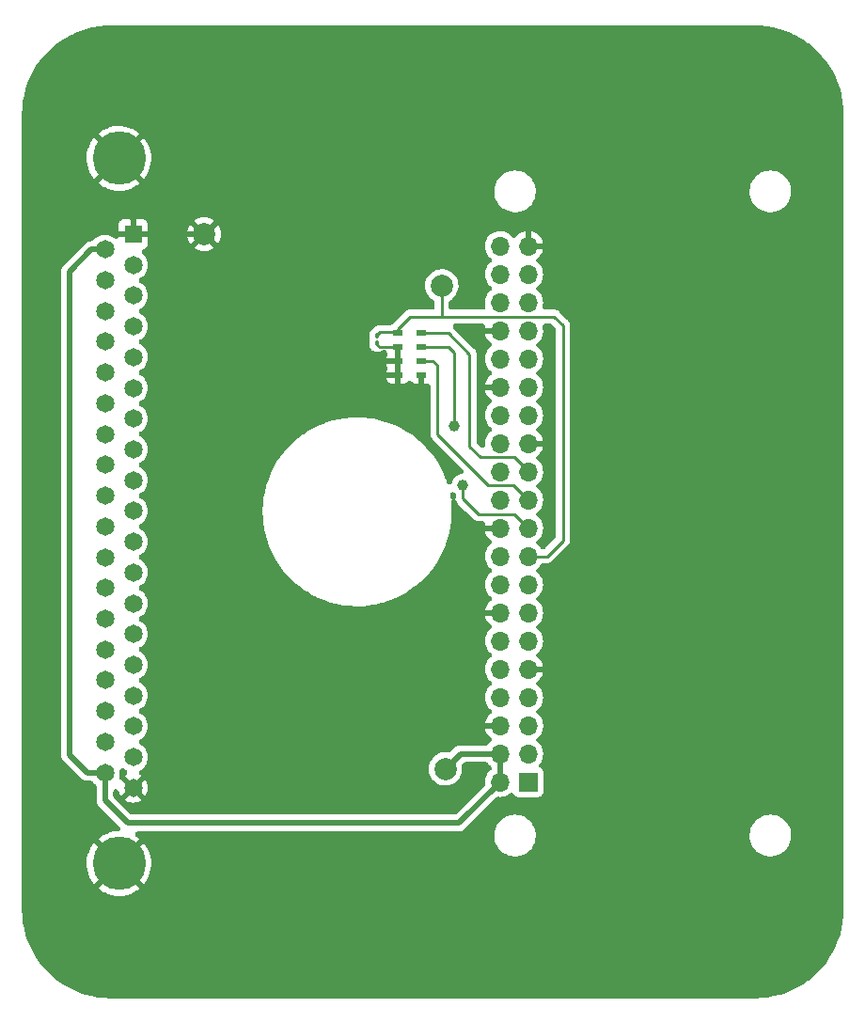
<source format=gtl>
%TF.GenerationSoftware,KiCad,Pcbnew,(6.0.1)*%
%TF.CreationDate,2022-04-29T11:18:45-05:00*%
%TF.ProjectId,Payload_Altimeter,5061796c-6f61-4645-9f41-6c74696d6574,rev?*%
%TF.SameCoordinates,Original*%
%TF.FileFunction,Copper,L1,Top*%
%TF.FilePolarity,Positive*%
%FSLAX46Y46*%
G04 Gerber Fmt 4.6, Leading zero omitted, Abs format (unit mm)*
G04 Created by KiCad (PCBNEW (6.0.1)) date 2022-04-29 11:18:45*
%MOMM*%
%LPD*%
G01*
G04 APERTURE LIST*
G04 Aperture macros list*
%AMRoundRect*
0 Rectangle with rounded corners*
0 $1 Rounding radius*
0 $2 $3 $4 $5 $6 $7 $8 $9 X,Y pos of 4 corners*
0 Add a 4 corners polygon primitive as box body*
4,1,4,$2,$3,$4,$5,$6,$7,$8,$9,$2,$3,0*
0 Add four circle primitives for the rounded corners*
1,1,$1+$1,$2,$3*
1,1,$1+$1,$4,$5*
1,1,$1+$1,$6,$7*
1,1,$1+$1,$8,$9*
0 Add four rect primitives between the rounded corners*
20,1,$1+$1,$2,$3,$4,$5,0*
20,1,$1+$1,$4,$5,$6,$7,0*
20,1,$1+$1,$6,$7,$8,$9,0*
20,1,$1+$1,$8,$9,$2,$3,0*%
G04 Aperture macros list end*
%TA.AperFunction,SMDPad,CuDef*%
%ADD10C,2.000000*%
%TD*%
%TA.AperFunction,ComponentPad*%
%ADD11R,1.650000X1.650000*%
%TD*%
%TA.AperFunction,ComponentPad*%
%ADD12C,1.650000*%
%TD*%
%TA.AperFunction,ComponentPad*%
%ADD13C,4.800000*%
%TD*%
%TA.AperFunction,ComponentPad*%
%ADD14R,1.700000X1.700000*%
%TD*%
%TA.AperFunction,ComponentPad*%
%ADD15O,1.700000X1.700000*%
%TD*%
%TA.AperFunction,SMDPad,CuDef*%
%ADD16R,0.950000X0.550000*%
%TD*%
%TA.AperFunction,SMDPad,CuDef*%
%ADD17RoundRect,0.100000X-0.100000X0.130000X-0.100000X-0.130000X0.100000X-0.130000X0.100000X0.130000X0*%
%TD*%
%TA.AperFunction,ViaPad*%
%ADD18C,1.000000*%
%TD*%
%TA.AperFunction,Conductor*%
%ADD19C,0.250000*%
%TD*%
%TA.AperFunction,Conductor*%
%ADD20C,0.500000*%
%TD*%
G04 APERTURE END LIST*
D10*
%TO.P,Pi_3v3,1,1*%
%TO.N,/Pi_3v3*%
X120800000Y-76450000D03*
%TD*%
D11*
%TO.P,J1,1,1*%
%TO.N,GND*%
X93000000Y-71800000D03*
D12*
%TO.P,J1,2,2*%
%TO.N,+3V3*%
X93000000Y-74570000D03*
%TO.P,J1,3,3*%
%TO.N,/DSUB/t_miso*%
X93000000Y-77340000D03*
%TO.P,J1,4,4*%
%TO.N,/DSUB/SWDIO*%
X93000000Y-80110000D03*
%TO.P,J1,5,5*%
%TO.N,/DSUB/Alert_scl*%
X93000000Y-82880000D03*
%TO.P,J1,6,6*%
%TO.N,/DSUB/Alert_Active*%
X93000000Y-85650000D03*
%TO.P,J1,7,7*%
%TO.N,/DSUB/Fire*%
X93000000Y-88420000D03*
%TO.P,J1,8,8*%
%TO.N,unconnected-(J1-Pad8)*%
X93000000Y-91190000D03*
%TO.P,J1,9,9*%
%TO.N,unconnected-(J1-Pad9)*%
X93000000Y-93960000D03*
%TO.P,J1,10,10*%
%TO.N,unconnected-(J1-Pad10)*%
X93000000Y-96730000D03*
%TO.P,J1,11,11*%
%TO.N,unconnected-(J1-Pad11)*%
X93000000Y-99500000D03*
%TO.P,J1,12,12*%
%TO.N,unconnected-(J1-Pad12)*%
X93000000Y-102270000D03*
%TO.P,J1,13,13*%
%TO.N,unconnected-(J1-Pad13)*%
X93000000Y-105040000D03*
%TO.P,J1,14,14*%
%TO.N,unconnected-(J1-Pad14)*%
X93000000Y-107810000D03*
%TO.P,J1,15,15*%
%TO.N,unconnected-(J1-Pad15)*%
X93000000Y-110580000D03*
%TO.P,J1,16,16*%
%TO.N,unconnected-(J1-Pad16)*%
X93000000Y-113350000D03*
%TO.P,J1,17,17*%
%TO.N,unconnected-(J1-Pad17)*%
X93000000Y-116120000D03*
%TO.P,J1,18,18*%
%TO.N,+3V3*%
X93000000Y-118890000D03*
%TO.P,J1,19,19*%
%TO.N,GND*%
X93000000Y-121660000D03*
%TO.P,J1,20,20*%
%TO.N,+5V*%
X90460000Y-73185000D03*
%TO.P,J1,21,21*%
%TO.N,/DSUB/t_mosi*%
X90460000Y-75955000D03*
%TO.P,J1,22,22*%
%TO.N,/DSUB/t_clk*%
X90460000Y-78725000D03*
%TO.P,J1,23,23*%
%TO.N,/DSUB/SWCLK*%
X90460000Y-81495000D03*
%TO.P,J1,24,24*%
%TO.N,/DSUB/Alert_sda*%
X90460000Y-84265000D03*
%TO.P,J1,25,25*%
%TO.N,/DSUB/NRST*%
X90460000Y-87035000D03*
%TO.P,J1,26,26*%
%TO.N,/DSUB/Fire_redundant*%
X90460000Y-89805000D03*
%TO.P,J1,27,27*%
%TO.N,unconnected-(J1-Pad27)*%
X90460000Y-92575000D03*
%TO.P,J1,28,28*%
%TO.N,unconnected-(J1-Pad28)*%
X90460000Y-95345000D03*
%TO.P,J1,29,29*%
%TO.N,unconnected-(J1-Pad29)*%
X90460000Y-98115000D03*
%TO.P,J1,30,30*%
%TO.N,unconnected-(J1-Pad30)*%
X90460000Y-100885000D03*
%TO.P,J1,31,31*%
%TO.N,unconnected-(J1-Pad31)*%
X90460000Y-103655000D03*
%TO.P,J1,32,32*%
%TO.N,unconnected-(J1-Pad32)*%
X90460000Y-106425000D03*
%TO.P,J1,33,33*%
%TO.N,unconnected-(J1-Pad33)*%
X90460000Y-109195000D03*
%TO.P,J1,34,34*%
%TO.N,unconnected-(J1-Pad34)*%
X90460000Y-111965000D03*
%TO.P,J1,35,35*%
%TO.N,unconnected-(J1-Pad35)*%
X90460000Y-114735000D03*
%TO.P,J1,36,36*%
%TO.N,unconnected-(J1-Pad36)*%
X90460000Y-117505000D03*
%TO.P,J1,37,37*%
%TO.N,+5V*%
X90460000Y-120275000D03*
D13*
%TO.P,J1,MH1,MH1*%
%TO.N,GND*%
X91730000Y-64980000D03*
%TO.P,J1,MH2,MH2*%
X91730000Y-128480000D03*
%TD*%
D14*
%TO.P,J2,1,3v3*%
%TO.N,unconnected-(J2-Pad1)*%
X128575000Y-121125000D03*
D15*
%TO.P,J2,2,Pin_2*%
%TO.N,+5V*%
X126035000Y-121125000D03*
%TO.P,J2,3,Pin_3*%
%TO.N,unconnected-(J2-Pad3)*%
X128575000Y-118585000D03*
%TO.P,J2,4,Pin_4*%
%TO.N,+5V*%
X126035000Y-118585000D03*
%TO.P,J2,5,Pin_5*%
%TO.N,unconnected-(J2-Pad5)*%
X128575000Y-116045000D03*
%TO.P,J2,6,Pin_6*%
%TO.N,GND*%
X126035000Y-116045000D03*
%TO.P,J2,7,Pin_7*%
%TO.N,unconnected-(J2-Pad7)*%
X128575000Y-113505000D03*
%TO.P,J2,8,Pin_8*%
%TO.N,unconnected-(J2-Pad8)*%
X126035000Y-113505000D03*
%TO.P,J2,9,Pin_9*%
%TO.N,GND*%
X128575000Y-110965000D03*
%TO.P,J2,10,Pin_10*%
%TO.N,unconnected-(J2-Pad10)*%
X126035000Y-110965000D03*
%TO.P,J2,11,Pin_11*%
%TO.N,unconnected-(J2-Pad11)*%
X128575000Y-108425000D03*
%TO.P,J2,12,Pin_12*%
%TO.N,unconnected-(J2-Pad12)*%
X126035000Y-108425000D03*
%TO.P,J2,13,Pin_13*%
%TO.N,unconnected-(J2-Pad13)*%
X128575000Y-105885000D03*
%TO.P,J2,14,Pin_14*%
%TO.N,GND*%
X126035000Y-105885000D03*
%TO.P,J2,15,Pin_15*%
%TO.N,unconnected-(J2-Pad15)*%
X128575000Y-103345000D03*
%TO.P,J2,16,Pin_16*%
%TO.N,unconnected-(J2-Pad16)*%
X126035000Y-103345000D03*
%TO.P,J2,17,Pin_17*%
%TO.N,/Pi_3v3*%
X128575000Y-100805000D03*
%TO.P,J2,18,Pin_18*%
%TO.N,unconnected-(J2-Pad18)*%
X126035000Y-100805000D03*
%TO.P,J2,19,Pin_19*%
%TO.N,/MOSI*%
X128575000Y-98265000D03*
%TO.P,J2,20,Pin_20*%
%TO.N,GND*%
X126035000Y-98265000D03*
%TO.P,J2,21,Pin_21*%
%TO.N,/MISO*%
X128575000Y-95725000D03*
%TO.P,J2,22,Pin_22*%
%TO.N,unconnected-(J2-Pad22)*%
X126035000Y-95725000D03*
%TO.P,J2,23,Pin_23*%
%TO.N,/SCLK*%
X128575000Y-93185000D03*
%TO.P,J2,24,Pin_24*%
%TO.N,unconnected-(J2-Pad24)*%
X126035000Y-93185000D03*
%TO.P,J2,25,Pin_25*%
%TO.N,GND*%
X128575000Y-90645000D03*
%TO.P,J2,26,Pin_26*%
%TO.N,unconnected-(J2-Pad26)*%
X126035000Y-90645000D03*
%TO.P,J2,27,Pin_27*%
%TO.N,unconnected-(J2-Pad27)*%
X128575000Y-88105000D03*
%TO.P,J2,28,Pin_28*%
%TO.N,unconnected-(J2-Pad28)*%
X126035000Y-88105000D03*
%TO.P,J2,29,Pin_29*%
%TO.N,unconnected-(J2-Pad29)*%
X128575000Y-85565000D03*
%TO.P,J2,30,Pin_30*%
%TO.N,GND*%
X126035000Y-85565000D03*
%TO.P,J2,31,Pin_31*%
%TO.N,unconnected-(J2-Pad31)*%
X128575000Y-83025000D03*
%TO.P,J2,32,Pin_32*%
%TO.N,unconnected-(J2-Pad32)*%
X126035000Y-83025000D03*
%TO.P,J2,33,Pin_33*%
%TO.N,unconnected-(J2-Pad33)*%
X128575000Y-80485000D03*
%TO.P,J2,34,Pin_34*%
%TO.N,GND*%
X126035000Y-80485000D03*
%TO.P,J2,35,Pin_35*%
%TO.N,unconnected-(J2-Pad35)*%
X128575000Y-77945000D03*
%TO.P,J2,36,Pin_36*%
%TO.N,unconnected-(J2-Pad36)*%
X126035000Y-77945000D03*
%TO.P,J2,37,Pin_37*%
%TO.N,unconnected-(J2-Pad37)*%
X128575000Y-75405000D03*
%TO.P,J2,38,Pin_38*%
%TO.N,unconnected-(J2-Pad38)*%
X126035000Y-75405000D03*
%TO.P,J2,39,Pin_39*%
%TO.N,GND*%
X128575000Y-72865000D03*
%TO.P,J2,40,Pin_40*%
%TO.N,unconnected-(J2-Pad40)*%
X126035000Y-72865000D03*
%TD*%
D16*
%TO.P,U7,1,VDD*%
%TO.N,/Pi_3v3*%
X116825000Y-80725000D03*
%TO.P,U7,2,PS*%
%TO.N,GND*%
X116825000Y-81975000D03*
%TO.P,U7,3,GND*%
X116825000Y-83225000D03*
%TO.P,U7,4,CSB*%
X116825000Y-84475000D03*
%TO.P,U7,5,CSB*%
X118975000Y-84475000D03*
%TO.P,U7,6,SDO*%
%TO.N,/MISO*%
X118975000Y-83225000D03*
%TO.P,U7,7,SDI/SDA*%
%TO.N,/MOSI*%
X118975000Y-81975000D03*
%TO.P,U7,8,SCLK*%
%TO.N,/SCLK*%
X118975000Y-80725000D03*
%TD*%
D17*
%TO.P,C12,1*%
%TO.N,/Pi_3v3*%
X115000000Y-80980000D03*
%TO.P,C12,2*%
%TO.N,GND*%
X115000000Y-81620000D03*
%TD*%
D10*
%TO.P,GND,1,1*%
%TO.N,GND*%
X99400000Y-71800000D03*
%TD*%
%TO.P,5V,1,1*%
%TO.N,+5V*%
X121125000Y-119950000D03*
%TD*%
D18*
%TO.N,GND*%
X99950000Y-83575000D03*
X137550000Y-116175000D03*
X109975000Y-108675000D03*
X99950000Y-116175000D03*
X122950000Y-80475000D03*
X120000000Y-116225000D03*
X137575000Y-108625000D03*
X137525000Y-83650000D03*
X99975000Y-108625000D03*
X99900000Y-76125000D03*
X100100000Y-98600000D03*
X120050000Y-68525000D03*
X137575000Y-68625000D03*
X120000000Y-108600000D03*
X110050000Y-68575000D03*
X110075000Y-76075000D03*
X110075000Y-116125000D03*
X110000000Y-83600000D03*
%TO.N,/MOSI*%
X122700000Y-94400000D03*
X121900000Y-89100000D03*
%TD*%
D19*
%TO.N,GND*%
X115000000Y-81620000D02*
X115000000Y-81775000D01*
X115000000Y-81775000D02*
X115225000Y-82000000D01*
X116800000Y-82000000D02*
X116825000Y-81975000D01*
X115225000Y-82000000D02*
X116800000Y-82000000D01*
D20*
X93000000Y-71800000D02*
X99400000Y-71800000D01*
%TO.N,+5V*%
X87275000Y-75175000D02*
X87275000Y-118700000D01*
X122490000Y-118585000D02*
X126035000Y-118585000D01*
X87275000Y-118700000D02*
X88850000Y-120275000D01*
X122335000Y-124825000D02*
X126035000Y-121125000D01*
X92500000Y-124825000D02*
X122335000Y-124825000D01*
X90460000Y-120275000D02*
X90460000Y-122785000D01*
X89265000Y-73185000D02*
X87275000Y-75175000D01*
X121125000Y-119950000D02*
X122490000Y-118585000D01*
X90460000Y-73185000D02*
X89265000Y-73185000D01*
X126035000Y-121125000D02*
X126035000Y-118585000D01*
X88850000Y-120275000D02*
X90460000Y-120275000D01*
X90460000Y-122785000D02*
X92500000Y-124825000D01*
D19*
%TO.N,/Pi_3v3*%
X115200000Y-80625000D02*
X116725000Y-80625000D01*
X130925000Y-79225000D02*
X120800000Y-79225000D01*
X116825000Y-80325000D02*
X116825000Y-80725000D01*
X120800000Y-79225000D02*
X117925000Y-79225000D01*
X116725000Y-80625000D02*
X116825000Y-80725000D01*
X115000000Y-80825000D02*
X115200000Y-80625000D01*
X130270000Y-100805000D02*
X131700000Y-99375000D01*
X117925000Y-79225000D02*
X116825000Y-80325000D01*
X131700000Y-99375000D02*
X131700000Y-80000000D01*
X120800000Y-76450000D02*
X120800000Y-79225000D01*
X128575000Y-100805000D02*
X130270000Y-100805000D01*
X131700000Y-80000000D02*
X130925000Y-79225000D01*
X115000000Y-80980000D02*
X115000000Y-80825000D01*
%TO.N,/MOSI*%
X128565000Y-98265000D02*
X127300000Y-97000000D01*
X127300000Y-97000000D02*
X124100000Y-97000000D01*
X122700000Y-95600000D02*
X122700000Y-94400000D01*
X118975000Y-81975000D02*
X121375000Y-81975000D01*
X128575000Y-98265000D02*
X128565000Y-98265000D01*
X124100000Y-97000000D02*
X122700000Y-95600000D01*
X121900000Y-82500000D02*
X121375000Y-81975000D01*
X121900000Y-89100000D02*
X121900000Y-82500000D01*
%TO.N,/MISO*%
X128575000Y-95725000D02*
X127250000Y-94400000D01*
X127250000Y-94400000D02*
X125000000Y-94400000D01*
X119000000Y-83200000D02*
X118975000Y-83225000D01*
X120400000Y-89800000D02*
X120400000Y-83600000D01*
X120000000Y-83200000D02*
X119000000Y-83200000D01*
X120400000Y-83600000D02*
X120000000Y-83200000D01*
X125000000Y-94400000D02*
X120400000Y-89800000D01*
%TO.N,/SCLK*%
X121425000Y-80725000D02*
X118975000Y-80725000D01*
X128575000Y-93175000D02*
X127300000Y-91900000D01*
X128575000Y-93185000D02*
X128575000Y-93175000D01*
X123300000Y-82600000D02*
X121425000Y-80725000D01*
X124300000Y-91900000D02*
X123300000Y-90900000D01*
X127300000Y-91900000D02*
X124300000Y-91900000D01*
X123300000Y-90900000D02*
X123300000Y-82600000D01*
%TD*%
%TA.AperFunction,Conductor*%
%TO.N,GND*%
G36*
X149004451Y-53000159D02*
G01*
X149050105Y-53001789D01*
X149561825Y-53020066D01*
X149579553Y-53021334D01*
X149940642Y-53060154D01*
X150129676Y-53080477D01*
X150147251Y-53083003D01*
X150625780Y-53169340D01*
X150691781Y-53181248D01*
X150709149Y-53185027D01*
X151245233Y-53321854D01*
X151262285Y-53326860D01*
X151787286Y-53501597D01*
X151803928Y-53507805D01*
X152300325Y-53713419D01*
X152315102Y-53719540D01*
X152331271Y-53726924D01*
X152826037Y-53974586D01*
X152841637Y-53983104D01*
X153317482Y-54265436D01*
X153332435Y-54275046D01*
X153786912Y-54590595D01*
X153801142Y-54601247D01*
X154231964Y-54948425D01*
X154245397Y-54960066D01*
X154650345Y-55337087D01*
X154662913Y-55349655D01*
X155039934Y-55754603D01*
X155051575Y-55768036D01*
X155398753Y-56198858D01*
X155409405Y-56213088D01*
X155724954Y-56667565D01*
X155734564Y-56682518D01*
X156016896Y-57158363D01*
X156025414Y-57173963D01*
X156273076Y-57668729D01*
X156280460Y-57684898D01*
X156492193Y-58196066D01*
X156498405Y-58212720D01*
X156673139Y-58737712D01*
X156678146Y-58754767D01*
X156814973Y-59290851D01*
X156818752Y-59308219D01*
X156916995Y-59852738D01*
X156919524Y-59870333D01*
X156978666Y-60420447D01*
X156979934Y-60438175D01*
X156999841Y-60995547D01*
X157000000Y-61004435D01*
X157000000Y-132595565D01*
X156999841Y-132604453D01*
X156979934Y-133161825D01*
X156978666Y-133179553D01*
X156919524Y-133729667D01*
X156916995Y-133747262D01*
X156818752Y-134291781D01*
X156814973Y-134309149D01*
X156678146Y-134845233D01*
X156673139Y-134862288D01*
X156498405Y-135387280D01*
X156492193Y-135403934D01*
X156280460Y-135915102D01*
X156273076Y-135931271D01*
X156025414Y-136426037D01*
X156016896Y-136441637D01*
X155734564Y-136917482D01*
X155724954Y-136932435D01*
X155409405Y-137386912D01*
X155398753Y-137401142D01*
X155051575Y-137831964D01*
X155039934Y-137845397D01*
X154662913Y-138250345D01*
X154650345Y-138262913D01*
X154245397Y-138639934D01*
X154231964Y-138651575D01*
X153801142Y-138998753D01*
X153786912Y-139009405D01*
X153332435Y-139324954D01*
X153317482Y-139334564D01*
X152841637Y-139616896D01*
X152826037Y-139625414D01*
X152331271Y-139873076D01*
X152315102Y-139880460D01*
X151803928Y-140092195D01*
X151787286Y-140098403D01*
X151262288Y-140273139D01*
X151245233Y-140278146D01*
X150709149Y-140414973D01*
X150691779Y-140418752D01*
X150147251Y-140516997D01*
X150129676Y-140519523D01*
X149940642Y-140539846D01*
X149579553Y-140578666D01*
X149561825Y-140579934D01*
X149050105Y-140598211D01*
X149004451Y-140599841D01*
X148995565Y-140600000D01*
X91004435Y-140600000D01*
X90995549Y-140599841D01*
X90949895Y-140598211D01*
X90438175Y-140579934D01*
X90420447Y-140578666D01*
X90059358Y-140539846D01*
X89870324Y-140519523D01*
X89852749Y-140516997D01*
X89308221Y-140418752D01*
X89290851Y-140414973D01*
X88754767Y-140278146D01*
X88737712Y-140273139D01*
X88212714Y-140098403D01*
X88196072Y-140092195D01*
X87684898Y-139880460D01*
X87668729Y-139873076D01*
X87173963Y-139625414D01*
X87158363Y-139616896D01*
X86682518Y-139334564D01*
X86667565Y-139324954D01*
X86213088Y-139009405D01*
X86198858Y-138998753D01*
X85768036Y-138651575D01*
X85754603Y-138639934D01*
X85349655Y-138262913D01*
X85337087Y-138250345D01*
X84960066Y-137845397D01*
X84948425Y-137831964D01*
X84601247Y-137401142D01*
X84590595Y-137386912D01*
X84275046Y-136932435D01*
X84265436Y-136917482D01*
X83983104Y-136441637D01*
X83974586Y-136426037D01*
X83726924Y-135931271D01*
X83719540Y-135915102D01*
X83507807Y-135403934D01*
X83501595Y-135387280D01*
X83326861Y-134862288D01*
X83321854Y-134845233D01*
X83185027Y-134309149D01*
X83181248Y-134291781D01*
X83083005Y-133747262D01*
X83080476Y-133729667D01*
X83021334Y-133179553D01*
X83020066Y-133161825D01*
X83000159Y-132604453D01*
X83000000Y-132595565D01*
X83000000Y-130709756D01*
X89865208Y-130709756D01*
X89874133Y-130723113D01*
X89891526Y-130738939D01*
X89902660Y-130747956D01*
X90163352Y-130935281D01*
X90175443Y-130942955D01*
X90455930Y-131099073D01*
X90468836Y-131105311D01*
X90765413Y-131228157D01*
X90778924Y-131232862D01*
X91087669Y-131320811D01*
X91101642Y-131323934D01*
X91418432Y-131375811D01*
X91432683Y-131377309D01*
X91753348Y-131392431D01*
X91767659Y-131392280D01*
X92087918Y-131370448D01*
X92102152Y-131368650D01*
X92417774Y-131310152D01*
X92431691Y-131306733D01*
X92738496Y-131212348D01*
X92751942Y-131207348D01*
X93045868Y-131078324D01*
X93058639Y-131071817D01*
X93335811Y-130909851D01*
X93347710Y-130901945D01*
X93582281Y-130725825D01*
X93596194Y-130710290D01*
X93591681Y-130700891D01*
X91747341Y-128856551D01*
X91730000Y-128844964D01*
X91712659Y-128856551D01*
X89876795Y-130692415D01*
X89865208Y-130709756D01*
X83000000Y-130709756D01*
X83000000Y-128395670D01*
X88818697Y-128395670D01*
X88827100Y-128716576D01*
X88828299Y-128730852D01*
X88873531Y-129048663D01*
X88876360Y-129062697D01*
X88957823Y-129373214D01*
X88962245Y-129386822D01*
X89078855Y-129685911D01*
X89084818Y-129698937D01*
X89235026Y-129982631D01*
X89242453Y-129994894D01*
X89424268Y-130259436D01*
X89433053Y-130270762D01*
X89485411Y-130330780D01*
X89501922Y-130343518D01*
X89514476Y-130336314D01*
X91353449Y-128497341D01*
X91365036Y-128480000D01*
X92094964Y-128480000D01*
X92106551Y-128497341D01*
X93940744Y-130331534D01*
X93958085Y-130343121D01*
X93968987Y-130335836D01*
X94063949Y-130222262D01*
X94072486Y-130210767D01*
X94248731Y-129942460D01*
X94255893Y-129930056D01*
X94400136Y-129643260D01*
X94405815Y-129630135D01*
X94516138Y-129328664D01*
X94520277Y-129314956D01*
X94595217Y-129002809D01*
X94597752Y-128988719D01*
X94636515Y-128668395D01*
X94637354Y-128657369D01*
X94642754Y-128485549D01*
X94642608Y-128474458D01*
X94624036Y-128152365D01*
X94622388Y-128138120D01*
X94567200Y-127821905D01*
X94563926Y-127807946D01*
X94472756Y-127500162D01*
X94467904Y-127486683D01*
X94341954Y-127191399D01*
X94335592Y-127178582D01*
X94176543Y-126899740D01*
X94168738Y-126887722D01*
X93978703Y-126629019D01*
X93975285Y-126624888D01*
X93961388Y-126614847D01*
X93941767Y-126627443D01*
X92106551Y-128462659D01*
X92094964Y-128480000D01*
X91365036Y-128480000D01*
X91353449Y-128462659D01*
X89518133Y-126627343D01*
X89500792Y-126615756D01*
X89491315Y-126622089D01*
X89342477Y-126811907D01*
X89334305Y-126823665D01*
X89166569Y-127097387D01*
X89159809Y-127109994D01*
X89024652Y-127401165D01*
X89019373Y-127414499D01*
X88918583Y-127719261D01*
X88914871Y-127733115D01*
X88849775Y-128047448D01*
X88847684Y-128061612D01*
X88819147Y-128381357D01*
X88818697Y-128395670D01*
X83000000Y-128395670D01*
X83000000Y-118673630D01*
X86519852Y-118673630D01*
X86521025Y-118688048D01*
X86523680Y-118720695D01*
X86524033Y-118729386D01*
X86524081Y-118729383D01*
X86524500Y-118736596D01*
X86524500Y-118743822D01*
X86525336Y-118750996D01*
X86525337Y-118751006D01*
X86527508Y-118769629D01*
X86528363Y-118778275D01*
X86532690Y-118831467D01*
X86534039Y-118848059D01*
X86538122Y-118860663D01*
X86539657Y-118873828D01*
X86544591Y-118887422D01*
X86544593Y-118887429D01*
X86563565Y-118939697D01*
X86566387Y-118947914D01*
X86587973Y-119014546D01*
X86594848Y-119025875D01*
X86599369Y-119038331D01*
X86637796Y-119096942D01*
X86642413Y-119104261D01*
X86653602Y-119122699D01*
X86678761Y-119164160D01*
X86686085Y-119172452D01*
X86688797Y-119175164D01*
X86689735Y-119176162D01*
X86695323Y-119184685D01*
X86718140Y-119206300D01*
X86749700Y-119236197D01*
X86754527Y-119240894D01*
X88265750Y-120752117D01*
X88285777Y-120775421D01*
X88288806Y-120778670D01*
X88297383Y-120790324D01*
X88308407Y-120799689D01*
X88308411Y-120799694D01*
X88333379Y-120820906D01*
X88339759Y-120826788D01*
X88339791Y-120826752D01*
X88345197Y-120831564D01*
X88350303Y-120836670D01*
X88370665Y-120852780D01*
X88377352Y-120858263D01*
X88430755Y-120903632D01*
X88442555Y-120909657D01*
X88452949Y-120917881D01*
X88466058Y-120924008D01*
X88466065Y-120924012D01*
X88516425Y-120947549D01*
X88524232Y-120951365D01*
X88573725Y-120976637D01*
X88573728Y-120976638D01*
X88586616Y-120983219D01*
X88599490Y-120986369D01*
X88611493Y-120991979D01*
X88625656Y-120994925D01*
X88680058Y-121006241D01*
X88688530Y-121008158D01*
X88745829Y-121022178D01*
X88756606Y-121024815D01*
X88767648Y-121025500D01*
X88771492Y-121025500D01*
X88772855Y-121025542D01*
X88782830Y-121027617D01*
X88797287Y-121027226D01*
X88797289Y-121027226D01*
X88857714Y-121025591D01*
X88864448Y-121025500D01*
X89237945Y-121025500D01*
X89333233Y-121044454D01*
X89414015Y-121098430D01*
X89428693Y-121114450D01*
X89434497Y-121121367D01*
X89440730Y-121130269D01*
X89604731Y-121294270D01*
X89613633Y-121300503D01*
X89620550Y-121306307D01*
X89681363Y-121382075D01*
X89708552Y-121475348D01*
X89709500Y-121497055D01*
X89709500Y-122709244D01*
X89707182Y-122739894D01*
X89707027Y-122744332D01*
X89704852Y-122758630D01*
X89706025Y-122773048D01*
X89708680Y-122805695D01*
X89709033Y-122814386D01*
X89709081Y-122814383D01*
X89709500Y-122821596D01*
X89709500Y-122828822D01*
X89710336Y-122835996D01*
X89710337Y-122836006D01*
X89712508Y-122854629D01*
X89713363Y-122863275D01*
X89719039Y-122933059D01*
X89723122Y-122945663D01*
X89724657Y-122958828D01*
X89729591Y-122972422D01*
X89729593Y-122972429D01*
X89748565Y-123024697D01*
X89751387Y-123032914D01*
X89772973Y-123099546D01*
X89779848Y-123110875D01*
X89784369Y-123123331D01*
X89822796Y-123181942D01*
X89827413Y-123189261D01*
X89863761Y-123249160D01*
X89871085Y-123257452D01*
X89873797Y-123260164D01*
X89874735Y-123261162D01*
X89880323Y-123269685D01*
X89890830Y-123279638D01*
X89934699Y-123321196D01*
X89939526Y-123325893D01*
X91759418Y-125145786D01*
X91813394Y-125226568D01*
X91832348Y-125321856D01*
X91813394Y-125417144D01*
X91759418Y-125497926D01*
X91678636Y-125551902D01*
X91607780Y-125567228D01*
X91608019Y-125569627D01*
X91281457Y-125602222D01*
X91267304Y-125604464D01*
X90953671Y-125672847D01*
X90939864Y-125676702D01*
X90636158Y-125780684D01*
X90622909Y-125786091D01*
X90333161Y-125924294D01*
X90320605Y-125931197D01*
X90048680Y-126101774D01*
X90036991Y-126110081D01*
X89879745Y-126236059D01*
X89866324Y-126252025D01*
X89871825Y-126262615D01*
X91712659Y-128103449D01*
X91730000Y-128115036D01*
X91747341Y-128103449D01*
X93581613Y-126269177D01*
X93593200Y-126251836D01*
X93585551Y-126240389D01*
X93496604Y-126164421D01*
X93485205Y-126155768D01*
X93299788Y-126031173D01*
X93231269Y-125962294D01*
X93201780Y-125890569D01*
X125513292Y-125890569D01*
X125513638Y-125899366D01*
X125515606Y-125949468D01*
X125521591Y-126101774D01*
X125523691Y-126155231D01*
X125571277Y-126415788D01*
X125655101Y-126667040D01*
X125673166Y-126703194D01*
X125769558Y-126896107D01*
X125769562Y-126896114D01*
X125773490Y-126903975D01*
X125778489Y-126911208D01*
X125778492Y-126911213D01*
X125915879Y-127109994D01*
X125924083Y-127121864D01*
X126103875Y-127316361D01*
X126110695Y-127321913D01*
X126110701Y-127321919D01*
X126208040Y-127401165D01*
X126309277Y-127483585D01*
X126316826Y-127488130D01*
X126316829Y-127488132D01*
X126336811Y-127500162D01*
X126536193Y-127620200D01*
X126780094Y-127723478D01*
X126788601Y-127725734D01*
X126788608Y-127725736D01*
X127027607Y-127789106D01*
X127027612Y-127789107D01*
X127036113Y-127791361D01*
X127299143Y-127822492D01*
X127563936Y-127816252D01*
X127707270Y-127792395D01*
X127816529Y-127774210D01*
X127816535Y-127774209D01*
X127825208Y-127772765D01*
X128077746Y-127692897D01*
X128316511Y-127578244D01*
X128536739Y-127431092D01*
X128570152Y-127401165D01*
X128727481Y-127260250D01*
X128727487Y-127260244D01*
X128734036Y-127254378D01*
X128904466Y-127051628D01*
X129044627Y-126826886D01*
X129151724Y-126584638D01*
X129223620Y-126329716D01*
X129258879Y-126067207D01*
X129260012Y-126031173D01*
X129262379Y-125955825D01*
X129262579Y-125949468D01*
X129261286Y-125931197D01*
X129258409Y-125890569D01*
X148513292Y-125890569D01*
X148513638Y-125899366D01*
X148515606Y-125949468D01*
X148521591Y-126101774D01*
X148523691Y-126155231D01*
X148571277Y-126415788D01*
X148655101Y-126667040D01*
X148673166Y-126703194D01*
X148769558Y-126896107D01*
X148769562Y-126896114D01*
X148773490Y-126903975D01*
X148778489Y-126911208D01*
X148778492Y-126911213D01*
X148915879Y-127109994D01*
X148924083Y-127121864D01*
X149103875Y-127316361D01*
X149110695Y-127321913D01*
X149110701Y-127321919D01*
X149208040Y-127401165D01*
X149309277Y-127483585D01*
X149316826Y-127488130D01*
X149316829Y-127488132D01*
X149336811Y-127500162D01*
X149536193Y-127620200D01*
X149780094Y-127723478D01*
X149788601Y-127725734D01*
X149788608Y-127725736D01*
X150027607Y-127789106D01*
X150027612Y-127789107D01*
X150036113Y-127791361D01*
X150299143Y-127822492D01*
X150563936Y-127816252D01*
X150707270Y-127792395D01*
X150816529Y-127774210D01*
X150816535Y-127774209D01*
X150825208Y-127772765D01*
X151077746Y-127692897D01*
X151316511Y-127578244D01*
X151536739Y-127431092D01*
X151570152Y-127401165D01*
X151727481Y-127260250D01*
X151727487Y-127260244D01*
X151734036Y-127254378D01*
X151904466Y-127051628D01*
X152044627Y-126826886D01*
X152151724Y-126584638D01*
X152223620Y-126329716D01*
X152258879Y-126067207D01*
X152260012Y-126031173D01*
X152262379Y-125955825D01*
X152262579Y-125949468D01*
X152261286Y-125931197D01*
X152244494Y-125694051D01*
X152243872Y-125685263D01*
X152231346Y-125627083D01*
X152189978Y-125434935D01*
X152189977Y-125434930D01*
X152188125Y-125426330D01*
X152184737Y-125417144D01*
X152099495Y-125186086D01*
X152099495Y-125186085D01*
X152096451Y-125177835D01*
X152045771Y-125083908D01*
X151974858Y-124952485D01*
X151970677Y-124944736D01*
X151934313Y-124895502D01*
X151818544Y-124738764D01*
X151813315Y-124731684D01*
X151627503Y-124542930D01*
X151416949Y-124382241D01*
X151185854Y-124252821D01*
X150938830Y-124157255D01*
X150786962Y-124122054D01*
X150689378Y-124099435D01*
X150689373Y-124099434D01*
X150680804Y-124097448D01*
X150416926Y-124074593D01*
X150257603Y-124083361D01*
X150161249Y-124088664D01*
X150161245Y-124088665D01*
X150152460Y-124089148D01*
X149892683Y-124140821D01*
X149884391Y-124143733D01*
X149884387Y-124143734D01*
X149651081Y-124225665D01*
X149651074Y-124225668D01*
X149642779Y-124228581D01*
X149634972Y-124232636D01*
X149634966Y-124232639D01*
X149426761Y-124340793D01*
X149407733Y-124350677D01*
X149192235Y-124504674D01*
X149000586Y-124687498D01*
X148836609Y-124895502D01*
X148832187Y-124903115D01*
X148832185Y-124903118D01*
X148727174Y-125083908D01*
X148703576Y-125124535D01*
X148604141Y-125370028D01*
X148540289Y-125627083D01*
X148526790Y-125758826D01*
X148515150Y-125872438D01*
X148513292Y-125890569D01*
X129258409Y-125890569D01*
X129244494Y-125694051D01*
X129243872Y-125685263D01*
X129231346Y-125627083D01*
X129189978Y-125434935D01*
X129189977Y-125434930D01*
X129188125Y-125426330D01*
X129184737Y-125417144D01*
X129099495Y-125186086D01*
X129099495Y-125186085D01*
X129096451Y-125177835D01*
X129045771Y-125083908D01*
X128974858Y-124952485D01*
X128970677Y-124944736D01*
X128934313Y-124895502D01*
X128818544Y-124738764D01*
X128813315Y-124731684D01*
X128627503Y-124542930D01*
X128416949Y-124382241D01*
X128185854Y-124252821D01*
X127938830Y-124157255D01*
X127786962Y-124122054D01*
X127689378Y-124099435D01*
X127689373Y-124099434D01*
X127680804Y-124097448D01*
X127416926Y-124074593D01*
X127257603Y-124083361D01*
X127161249Y-124088664D01*
X127161245Y-124088665D01*
X127152460Y-124089148D01*
X126892683Y-124140821D01*
X126884391Y-124143733D01*
X126884387Y-124143734D01*
X126651081Y-124225665D01*
X126651074Y-124225668D01*
X126642779Y-124228581D01*
X126634972Y-124232636D01*
X126634966Y-124232639D01*
X126426761Y-124340793D01*
X126407733Y-124350677D01*
X126192235Y-124504674D01*
X126000586Y-124687498D01*
X125836609Y-124895502D01*
X125832187Y-124903115D01*
X125832185Y-124903118D01*
X125727174Y-125083908D01*
X125703576Y-125124535D01*
X125604141Y-125370028D01*
X125540289Y-125627083D01*
X125526790Y-125758826D01*
X125515150Y-125872438D01*
X125513292Y-125890569D01*
X93201780Y-125890569D01*
X93194325Y-125872438D01*
X93194580Y-125775283D01*
X93231994Y-125685621D01*
X93300873Y-125617102D01*
X93390729Y-125580158D01*
X93438667Y-125575500D01*
X122259244Y-125575500D01*
X122289894Y-125577818D01*
X122294332Y-125577973D01*
X122308630Y-125580148D01*
X122355695Y-125576320D01*
X122364386Y-125575967D01*
X122364383Y-125575919D01*
X122371596Y-125575500D01*
X122378822Y-125575500D01*
X122385996Y-125574664D01*
X122386006Y-125574663D01*
X122404629Y-125572492D01*
X122413275Y-125571637D01*
X122468642Y-125567134D01*
X122468646Y-125567133D01*
X122483059Y-125565961D01*
X122495663Y-125561878D01*
X122508828Y-125560343D01*
X122522422Y-125555409D01*
X122522429Y-125555407D01*
X122574697Y-125536435D01*
X122582914Y-125533613D01*
X122593390Y-125530219D01*
X122649546Y-125512027D01*
X122660875Y-125505152D01*
X122673331Y-125500631D01*
X122731942Y-125462204D01*
X122739261Y-125457587D01*
X122789675Y-125426995D01*
X122789677Y-125426993D01*
X122799160Y-125421239D01*
X122807452Y-125413915D01*
X122810164Y-125411203D01*
X122811162Y-125410265D01*
X122819685Y-125404677D01*
X122871197Y-125350300D01*
X122875894Y-125345473D01*
X125682282Y-122539085D01*
X125763064Y-122485109D01*
X125858352Y-122466155D01*
X125880054Y-122467103D01*
X126024164Y-122479711D01*
X126024165Y-122479711D01*
X126035000Y-122480659D01*
X126045835Y-122479711D01*
X126259574Y-122461011D01*
X126259575Y-122461011D01*
X126270408Y-122460063D01*
X126384535Y-122429483D01*
X126488162Y-122401717D01*
X126488165Y-122401716D01*
X126498663Y-122398903D01*
X126669601Y-122319193D01*
X126702983Y-122303627D01*
X126702985Y-122303626D01*
X126712830Y-122299035D01*
X126906401Y-122163495D01*
X126912676Y-122157220D01*
X126997075Y-122110917D01*
X127093652Y-122100341D01*
X127186926Y-122127527D01*
X127262695Y-122188339D01*
X127279806Y-122213375D01*
X127281474Y-122217824D01*
X127367454Y-122332546D01*
X127482176Y-122418526D01*
X127498787Y-122424753D01*
X127601804Y-122463372D01*
X127601805Y-122463372D01*
X127616420Y-122468851D01*
X127677623Y-122475500D01*
X128574400Y-122475500D01*
X129472376Y-122475499D01*
X129533580Y-122468851D01*
X129667824Y-122418526D01*
X129782546Y-122332546D01*
X129868526Y-122217824D01*
X129918851Y-122083580D01*
X129925500Y-122022377D01*
X129925499Y-120227624D01*
X129918851Y-120166420D01*
X129868526Y-120032176D01*
X129782546Y-119917454D01*
X129671472Y-119834208D01*
X129671466Y-119834203D01*
X129667824Y-119831474D01*
X129667972Y-119831277D01*
X129604334Y-119777970D01*
X129559400Y-119691831D01*
X129550850Y-119595053D01*
X129579986Y-119502369D01*
X129606884Y-119463012D01*
X129613495Y-119456401D01*
X129749035Y-119262829D01*
X129780833Y-119194638D01*
X129844307Y-119058520D01*
X129844309Y-119058516D01*
X129848903Y-119048663D01*
X129910063Y-118820408D01*
X129911426Y-118804835D01*
X129925578Y-118643076D01*
X129930659Y-118585000D01*
X129921805Y-118483802D01*
X129911011Y-118360426D01*
X129911011Y-118360425D01*
X129910063Y-118349592D01*
X129848903Y-118121337D01*
X129822404Y-118064509D01*
X129753631Y-117917027D01*
X129749035Y-117907171D01*
X129613495Y-117713599D01*
X129446401Y-117546505D01*
X129437497Y-117540270D01*
X129407075Y-117518968D01*
X129339892Y-117448786D01*
X129304680Y-117358237D01*
X129306800Y-117261105D01*
X129345929Y-117172178D01*
X129407075Y-117111032D01*
X129437497Y-117089730D01*
X129437499Y-117089728D01*
X129446401Y-117083495D01*
X129613495Y-116916401D01*
X129749035Y-116722829D01*
X129783035Y-116649917D01*
X129844307Y-116518520D01*
X129844309Y-116518516D01*
X129848903Y-116508663D01*
X129910063Y-116280408D01*
X129919335Y-116174437D01*
X129929711Y-116055835D01*
X129930659Y-116045000D01*
X129917739Y-115897332D01*
X129911011Y-115820426D01*
X129911011Y-115820425D01*
X129910063Y-115809592D01*
X129848903Y-115581337D01*
X129841381Y-115565205D01*
X129753631Y-115377027D01*
X129749035Y-115367171D01*
X129613495Y-115173599D01*
X129446401Y-115006505D01*
X129437497Y-115000270D01*
X129407075Y-114978968D01*
X129339892Y-114908786D01*
X129304680Y-114818237D01*
X129306800Y-114721105D01*
X129345929Y-114632178D01*
X129407075Y-114571032D01*
X129437497Y-114549730D01*
X129437499Y-114549728D01*
X129446401Y-114543495D01*
X129613495Y-114376401D01*
X129749035Y-114182829D01*
X129797188Y-114079566D01*
X129844307Y-113978520D01*
X129844309Y-113978516D01*
X129848903Y-113968663D01*
X129910063Y-113740408D01*
X129912768Y-113709497D01*
X129925319Y-113566040D01*
X129930659Y-113505000D01*
X129910063Y-113269592D01*
X129848903Y-113041337D01*
X129827983Y-112996473D01*
X129753631Y-112837027D01*
X129749035Y-112827171D01*
X129613495Y-112633599D01*
X129446401Y-112466505D01*
X129437494Y-112460268D01*
X129413174Y-112443238D01*
X129345991Y-112373056D01*
X129310779Y-112282506D01*
X129312900Y-112185375D01*
X129352030Y-112096448D01*
X129411403Y-112036555D01*
X129446220Y-112011721D01*
X129461776Y-111998575D01*
X129605477Y-111855374D01*
X129618674Y-111839867D01*
X129737064Y-111675110D01*
X129747547Y-111657664D01*
X129837438Y-111475784D01*
X129844933Y-111456854D01*
X129903912Y-111262732D01*
X129908141Y-111243172D01*
X129906786Y-111222503D01*
X129896466Y-111219000D01*
X128570000Y-111219000D01*
X128474712Y-111200046D01*
X128393930Y-111146070D01*
X128339954Y-111065288D01*
X128321000Y-110970000D01*
X128321000Y-110960000D01*
X128339954Y-110864712D01*
X128393930Y-110783930D01*
X128474712Y-110729954D01*
X128570000Y-110711000D01*
X129886932Y-110711000D01*
X129907390Y-110706931D01*
X129908419Y-110701755D01*
X129907723Y-110696127D01*
X129867444Y-110535773D01*
X129860880Y-110516492D01*
X129779986Y-110330446D01*
X129770364Y-110312502D01*
X129660168Y-110142164D01*
X129647737Y-110126022D01*
X129511209Y-109975980D01*
X129496305Y-109962082D01*
X129400862Y-109886706D01*
X129337829Y-109812774D01*
X129307887Y-109720348D01*
X129315594Y-109623499D01*
X129359776Y-109536972D01*
X129412367Y-109487326D01*
X129437497Y-109469730D01*
X129437499Y-109469728D01*
X129446401Y-109463495D01*
X129613495Y-109296401D01*
X129715118Y-109151268D01*
X129742797Y-109111738D01*
X129742798Y-109111737D01*
X129749035Y-109102829D01*
X129762861Y-109073180D01*
X129844307Y-108898520D01*
X129844309Y-108898516D01*
X129848903Y-108888663D01*
X129910063Y-108660408D01*
X129930659Y-108425000D01*
X129910063Y-108189592D01*
X129848903Y-107961337D01*
X129818047Y-107895165D01*
X129753631Y-107757027D01*
X129749035Y-107747171D01*
X129613495Y-107553599D01*
X129446401Y-107386505D01*
X129437497Y-107380270D01*
X129407075Y-107358968D01*
X129339892Y-107288786D01*
X129304680Y-107198237D01*
X129306800Y-107101105D01*
X129345929Y-107012178D01*
X129407075Y-106951032D01*
X129437497Y-106929730D01*
X129437499Y-106929728D01*
X129446401Y-106923495D01*
X129613495Y-106756401D01*
X129749035Y-106562829D01*
X129808243Y-106435859D01*
X129844307Y-106358520D01*
X129844309Y-106358516D01*
X129848903Y-106348663D01*
X129910063Y-106120408D01*
X129930659Y-105885000D01*
X129910063Y-105649592D01*
X129848903Y-105421337D01*
X129841626Y-105405730D01*
X129753631Y-105217027D01*
X129749035Y-105207171D01*
X129613495Y-105013599D01*
X129446401Y-104846505D01*
X129437497Y-104840270D01*
X129407075Y-104818968D01*
X129339892Y-104748786D01*
X129304680Y-104658237D01*
X129306800Y-104561105D01*
X129345929Y-104472178D01*
X129407075Y-104411032D01*
X129437497Y-104389730D01*
X129437499Y-104389728D01*
X129446401Y-104383495D01*
X129613495Y-104216401D01*
X129734394Y-104043739D01*
X129742797Y-104031738D01*
X129742798Y-104031737D01*
X129749035Y-104022829D01*
X129812817Y-103886050D01*
X129844307Y-103818520D01*
X129844309Y-103818516D01*
X129848903Y-103808663D01*
X129910063Y-103580408D01*
X129930659Y-103345000D01*
X129910063Y-103109592D01*
X129848903Y-102881337D01*
X129771556Y-102715466D01*
X129753631Y-102677027D01*
X129749035Y-102667171D01*
X129722656Y-102629497D01*
X129646428Y-102520633D01*
X129613495Y-102473599D01*
X129446401Y-102306505D01*
X129437497Y-102300270D01*
X129407075Y-102278968D01*
X129339892Y-102208786D01*
X129304680Y-102118237D01*
X129306800Y-102021105D01*
X129345929Y-101932178D01*
X129407075Y-101871032D01*
X129437497Y-101849730D01*
X129437499Y-101849728D01*
X129446401Y-101843495D01*
X129613495Y-101676401D01*
X129711329Y-101536679D01*
X129781509Y-101469496D01*
X129872058Y-101434283D01*
X129915297Y-101430500D01*
X130196801Y-101430500D01*
X130202054Y-101430748D01*
X130210667Y-101432673D01*
X130226325Y-101432181D01*
X130226326Y-101432181D01*
X130275900Y-101430623D01*
X130283721Y-101430500D01*
X130309350Y-101430500D01*
X130317113Y-101429519D01*
X130319274Y-101429383D01*
X130327095Y-101429014D01*
X130343809Y-101428489D01*
X130368627Y-101427709D01*
X130383678Y-101423336D01*
X130392690Y-101421909D01*
X130402430Y-101419892D01*
X130411248Y-101417628D01*
X130426792Y-101415664D01*
X130461918Y-101401756D01*
X130484106Y-101394160D01*
X130505341Y-101387991D01*
X130505348Y-101387988D01*
X130520390Y-101383618D01*
X130533876Y-101375642D01*
X130542253Y-101372017D01*
X130551185Y-101367641D01*
X130559170Y-101363251D01*
X130573732Y-101357486D01*
X130591159Y-101344825D01*
X130604303Y-101335275D01*
X130623906Y-101322399D01*
X130642940Y-101311142D01*
X130656420Y-101303170D01*
X130667491Y-101292099D01*
X130674685Y-101286519D01*
X130682261Y-101280048D01*
X130688909Y-101273805D01*
X130701587Y-101264594D01*
X130725663Y-101235491D01*
X130741451Y-101218139D01*
X132090546Y-99869045D01*
X132094426Y-99865515D01*
X132101877Y-99860786D01*
X132146529Y-99813237D01*
X132151971Y-99807620D01*
X132170120Y-99789471D01*
X132174907Y-99783299D01*
X132176376Y-99781633D01*
X132181622Y-99775867D01*
X132210062Y-99745582D01*
X132217608Y-99731855D01*
X132222969Y-99724477D01*
X132228417Y-99716183D01*
X132233068Y-99708318D01*
X132242673Y-99695936D01*
X132257680Y-99661257D01*
X132267995Y-99640202D01*
X132278650Y-99620820D01*
X132286197Y-99607092D01*
X132290093Y-99591917D01*
X132293442Y-99583459D01*
X132296675Y-99574016D01*
X132299214Y-99565276D01*
X132305437Y-99550896D01*
X132311345Y-99513594D01*
X132316102Y-99490625D01*
X132321603Y-99469202D01*
X132321604Y-99469191D01*
X132325500Y-99454019D01*
X132325500Y-99438349D01*
X132326642Y-99429308D01*
X132327423Y-99419395D01*
X132327710Y-99410275D01*
X132330160Y-99394804D01*
X132326605Y-99357195D01*
X132325500Y-99333764D01*
X132325500Y-80073200D01*
X132325748Y-80067946D01*
X132327673Y-80059333D01*
X132325623Y-79994087D01*
X132325500Y-79986267D01*
X132325500Y-79960650D01*
X132324518Y-79952879D01*
X132324384Y-79950751D01*
X132324015Y-79942923D01*
X132323202Y-79917031D01*
X132323202Y-79917030D01*
X132322710Y-79901373D01*
X132318340Y-79886332D01*
X132316915Y-79877335D01*
X132314896Y-79867588D01*
X132312628Y-79858753D01*
X132310664Y-79843208D01*
X132296759Y-79808089D01*
X132289160Y-79785894D01*
X132282990Y-79764657D01*
X132282988Y-79764653D01*
X132278618Y-79749610D01*
X132270645Y-79736128D01*
X132267026Y-79727765D01*
X132262644Y-79718820D01*
X132258252Y-79710832D01*
X132252486Y-79696268D01*
X132230284Y-79665710D01*
X132217403Y-79646101D01*
X132216797Y-79645076D01*
X132198171Y-79613580D01*
X132187093Y-79602502D01*
X132181516Y-79595312D01*
X132175040Y-79587729D01*
X132168800Y-79581084D01*
X132159594Y-79568413D01*
X132147528Y-79558431D01*
X132147525Y-79558428D01*
X132130497Y-79544342D01*
X132113145Y-79528554D01*
X131419045Y-78834454D01*
X131415515Y-78830574D01*
X131410786Y-78823123D01*
X131363237Y-78778471D01*
X131357620Y-78773029D01*
X131339471Y-78754880D01*
X131333299Y-78750093D01*
X131331633Y-78748624D01*
X131325867Y-78743378D01*
X131295582Y-78714938D01*
X131281855Y-78707392D01*
X131274477Y-78702031D01*
X131266184Y-78696584D01*
X131258320Y-78691933D01*
X131245936Y-78682327D01*
X131223260Y-78672514D01*
X131211254Y-78667318D01*
X131190203Y-78657006D01*
X131157092Y-78638803D01*
X131141915Y-78634906D01*
X131133431Y-78631547D01*
X131124017Y-78628324D01*
X131115273Y-78625783D01*
X131100896Y-78619562D01*
X131085426Y-78617112D01*
X131085423Y-78617111D01*
X131063581Y-78613652D01*
X131040602Y-78608893D01*
X131019198Y-78603397D01*
X131019195Y-78603397D01*
X131004019Y-78599500D01*
X130988351Y-78599500D01*
X130979304Y-78598357D01*
X130969373Y-78597576D01*
X130960274Y-78597290D01*
X130944804Y-78594840D01*
X130907195Y-78598395D01*
X130883764Y-78599500D01*
X130122271Y-78599500D01*
X130026983Y-78580546D01*
X129946201Y-78526570D01*
X129892225Y-78445788D01*
X129873271Y-78350500D01*
X129881754Y-78286058D01*
X129910063Y-78180408D01*
X129930659Y-77945000D01*
X129910063Y-77709592D01*
X129848903Y-77481337D01*
X129826386Y-77433048D01*
X129753631Y-77277027D01*
X129749035Y-77267171D01*
X129613495Y-77073599D01*
X129446401Y-76906505D01*
X129437497Y-76900270D01*
X129407075Y-76878968D01*
X129339892Y-76808786D01*
X129304680Y-76718237D01*
X129306800Y-76621105D01*
X129345929Y-76532178D01*
X129407075Y-76471032D01*
X129437497Y-76449730D01*
X129437499Y-76449728D01*
X129446401Y-76443495D01*
X129613495Y-76276401D01*
X129749035Y-76082829D01*
X129768930Y-76040165D01*
X129844307Y-75878520D01*
X129844309Y-75878516D01*
X129848903Y-75868663D01*
X129910063Y-75640408D01*
X129930659Y-75405000D01*
X129911934Y-75190981D01*
X129911011Y-75180426D01*
X129911011Y-75180425D01*
X129910063Y-75169592D01*
X129848903Y-74941337D01*
X129843856Y-74930512D01*
X129753631Y-74737027D01*
X129749035Y-74727171D01*
X129613495Y-74533599D01*
X129446401Y-74366505D01*
X129437494Y-74360268D01*
X129413174Y-74343238D01*
X129345991Y-74273056D01*
X129310779Y-74182506D01*
X129312900Y-74085375D01*
X129352030Y-73996448D01*
X129411403Y-73936555D01*
X129446220Y-73911721D01*
X129461776Y-73898575D01*
X129605477Y-73755374D01*
X129618674Y-73739867D01*
X129737064Y-73575110D01*
X129747547Y-73557664D01*
X129837438Y-73375784D01*
X129844933Y-73356854D01*
X129903912Y-73162732D01*
X129908141Y-73143172D01*
X129906786Y-73122503D01*
X129896466Y-73119000D01*
X128570000Y-73119000D01*
X128474712Y-73100046D01*
X128393930Y-73046070D01*
X128339954Y-72965288D01*
X128321000Y-72870000D01*
X128321000Y-72586473D01*
X128829000Y-72586473D01*
X128833069Y-72606931D01*
X128853527Y-72611000D01*
X129886932Y-72611000D01*
X129907390Y-72606931D01*
X129908419Y-72601755D01*
X129907723Y-72596127D01*
X129867444Y-72435773D01*
X129860880Y-72416492D01*
X129779986Y-72230446D01*
X129770364Y-72212502D01*
X129660168Y-72042164D01*
X129647737Y-72026022D01*
X129511209Y-71875980D01*
X129496305Y-71862082D01*
X129337098Y-71736349D01*
X129320141Y-71725082D01*
X129142526Y-71627033D01*
X129123952Y-71618685D01*
X128932719Y-71550966D01*
X128913018Y-71545761D01*
X128853147Y-71535096D01*
X128832291Y-71535515D01*
X128829000Y-71543935D01*
X128829000Y-72586473D01*
X128321000Y-72586473D01*
X128321000Y-71554514D01*
X128316931Y-71534056D01*
X128307138Y-71532108D01*
X128269301Y-71537898D01*
X128249503Y-71542615D01*
X128056657Y-71605646D01*
X128037892Y-71613534D01*
X127857937Y-71707213D01*
X127840700Y-71718068D01*
X127678476Y-71839870D01*
X127663235Y-71853401D01*
X127523080Y-72000065D01*
X127510259Y-72015899D01*
X127505456Y-72022939D01*
X127436100Y-72090975D01*
X127345988Y-72127290D01*
X127248837Y-72126357D01*
X127159439Y-72088316D01*
X127095791Y-72025441D01*
X127079731Y-72002505D01*
X127073495Y-71993599D01*
X126906401Y-71826505D01*
X126897503Y-71820275D01*
X126897500Y-71820272D01*
X126721729Y-71697196D01*
X126721728Y-71697195D01*
X126712830Y-71690965D01*
X126702985Y-71686374D01*
X126702983Y-71686373D01*
X126626055Y-71650501D01*
X126498663Y-71591097D01*
X126488165Y-71588284D01*
X126488162Y-71588283D01*
X126384536Y-71560517D01*
X126270408Y-71529937D01*
X126259575Y-71528989D01*
X126259574Y-71528989D01*
X126045835Y-71510289D01*
X126035000Y-71509341D01*
X126024165Y-71510289D01*
X125810426Y-71528989D01*
X125810425Y-71528989D01*
X125799592Y-71529937D01*
X125571337Y-71591097D01*
X125561484Y-71595691D01*
X125561480Y-71595693D01*
X125367027Y-71686369D01*
X125357171Y-71690965D01*
X125163599Y-71826505D01*
X124996505Y-71993599D01*
X124860965Y-72187171D01*
X124856369Y-72197027D01*
X124794488Y-72329731D01*
X124761097Y-72401337D01*
X124699937Y-72629592D01*
X124698989Y-72640425D01*
X124698989Y-72640426D01*
X124696551Y-72668296D01*
X124679341Y-72865000D01*
X124699937Y-73100408D01*
X124761097Y-73328663D01*
X124765691Y-73338516D01*
X124765693Y-73338520D01*
X124802615Y-73417699D01*
X124860965Y-73542829D01*
X124867202Y-73551737D01*
X124867203Y-73551738D01*
X124883568Y-73575110D01*
X124996505Y-73736401D01*
X125163599Y-73903495D01*
X125172501Y-73909728D01*
X125172503Y-73909730D01*
X125202923Y-73931030D01*
X125270108Y-74001211D01*
X125305321Y-74091760D01*
X125303202Y-74188892D01*
X125264074Y-74277819D01*
X125202926Y-74338968D01*
X125163599Y-74366505D01*
X124996505Y-74533599D01*
X124860965Y-74727171D01*
X124856369Y-74737027D01*
X124766145Y-74930512D01*
X124761097Y-74941337D01*
X124699937Y-75169592D01*
X124698989Y-75180425D01*
X124698989Y-75180426D01*
X124698066Y-75190981D01*
X124679341Y-75405000D01*
X124699937Y-75640408D01*
X124761097Y-75868663D01*
X124765691Y-75878516D01*
X124765693Y-75878520D01*
X124841070Y-76040165D01*
X124860965Y-76082829D01*
X124996505Y-76276401D01*
X125163599Y-76443495D01*
X125172501Y-76449728D01*
X125172503Y-76449730D01*
X125202923Y-76471030D01*
X125270108Y-76541211D01*
X125305321Y-76631760D01*
X125303202Y-76728892D01*
X125264074Y-76817819D01*
X125202926Y-76878968D01*
X125163599Y-76906505D01*
X124996505Y-77073599D01*
X124860965Y-77267171D01*
X124856369Y-77277027D01*
X124783615Y-77433048D01*
X124761097Y-77481337D01*
X124699937Y-77709592D01*
X124679341Y-77945000D01*
X124699937Y-78180408D01*
X124728245Y-78286057D01*
X124734599Y-78383001D01*
X124703369Y-78475000D01*
X124639311Y-78548045D01*
X124552175Y-78591016D01*
X124487729Y-78599500D01*
X121674500Y-78599500D01*
X121579212Y-78580546D01*
X121498430Y-78526570D01*
X121444454Y-78445788D01*
X121425500Y-78350500D01*
X121425500Y-77969835D01*
X121444454Y-77874547D01*
X121498430Y-77793765D01*
X121553733Y-77754245D01*
X121553000Y-77753015D01*
X121561778Y-77747783D01*
X121570954Y-77743287D01*
X121632345Y-77699497D01*
X121763512Y-77605937D01*
X121763516Y-77605934D01*
X121771829Y-77600004D01*
X121946605Y-77425837D01*
X122090588Y-77225463D01*
X122199911Y-77004264D01*
X122205317Y-76986473D01*
X122268669Y-76777956D01*
X122268669Y-76777954D01*
X122271639Y-76768180D01*
X122276812Y-76728892D01*
X122302981Y-76530114D01*
X122302981Y-76530111D01*
X122303845Y-76523550D01*
X122304577Y-76493632D01*
X122305481Y-76456625D01*
X122305643Y-76450000D01*
X122285425Y-76204089D01*
X122225316Y-75964783D01*
X122126928Y-75738507D01*
X121992905Y-75531339D01*
X121826846Y-75348842D01*
X121633210Y-75195918D01*
X121605147Y-75180426D01*
X121473641Y-75107831D01*
X121417198Y-75076673D01*
X121407572Y-75073264D01*
X121407567Y-75073262D01*
X121194240Y-74997719D01*
X121194238Y-74997718D01*
X121184610Y-74994309D01*
X120941694Y-74951039D01*
X120931474Y-74950914D01*
X120931472Y-74950914D01*
X120791179Y-74949200D01*
X120694972Y-74948025D01*
X120505826Y-74976968D01*
X120461166Y-74983802D01*
X120461165Y-74983802D01*
X120451070Y-74985347D01*
X120441359Y-74988521D01*
X120226250Y-75058829D01*
X120226247Y-75058830D01*
X120216540Y-75062003D01*
X119997679Y-75175935D01*
X119800364Y-75324083D01*
X119793312Y-75331463D01*
X119793307Y-75331467D01*
X119645760Y-75485867D01*
X119629896Y-75502468D01*
X119624134Y-75510915D01*
X119535800Y-75640408D01*
X119490851Y-75706300D01*
X119386965Y-75930104D01*
X119384238Y-75939939D01*
X119384236Y-75939943D01*
X119329149Y-76138580D01*
X119321026Y-76167871D01*
X119316067Y-76214271D01*
X119296263Y-76399583D01*
X119294806Y-76413214D01*
X119309010Y-76659545D01*
X119311257Y-76669514D01*
X119311257Y-76669517D01*
X119357582Y-76875076D01*
X119363255Y-76900249D01*
X119456084Y-77128861D01*
X119461421Y-77137571D01*
X119461422Y-77137572D01*
X119483791Y-77174075D01*
X119585006Y-77339241D01*
X119746557Y-77525741D01*
X119936399Y-77683351D01*
X119945220Y-77688505D01*
X119945222Y-77688507D01*
X120051128Y-77750394D01*
X120123836Y-77814834D01*
X120166350Y-77902194D01*
X120174500Y-77965379D01*
X120174500Y-78350500D01*
X120155546Y-78445788D01*
X120101570Y-78526570D01*
X120020788Y-78580546D01*
X119925500Y-78599500D01*
X117998199Y-78599500D01*
X117992946Y-78599252D01*
X117984333Y-78597327D01*
X117968675Y-78597819D01*
X117968674Y-78597819D01*
X117919100Y-78599377D01*
X117911279Y-78599500D01*
X117885650Y-78599500D01*
X117877887Y-78600481D01*
X117875726Y-78600617D01*
X117867905Y-78600986D01*
X117851191Y-78601511D01*
X117826373Y-78602291D01*
X117811322Y-78606664D01*
X117802310Y-78608091D01*
X117792570Y-78610108D01*
X117783752Y-78612372D01*
X117768208Y-78614336D01*
X117733082Y-78628244D01*
X117710894Y-78635840D01*
X117689659Y-78642009D01*
X117689652Y-78642012D01*
X117674610Y-78646382D01*
X117661124Y-78654358D01*
X117652747Y-78657983D01*
X117643815Y-78662359D01*
X117635830Y-78666749D01*
X117621268Y-78672514D01*
X117608599Y-78681718D01*
X117608598Y-78681719D01*
X117590697Y-78694725D01*
X117571094Y-78707601D01*
X117538580Y-78726830D01*
X117527509Y-78737901D01*
X117520315Y-78743481D01*
X117512739Y-78749952D01*
X117506091Y-78756195D01*
X117493413Y-78765406D01*
X117483425Y-78777480D01*
X117469337Y-78794509D01*
X117453549Y-78811861D01*
X116434454Y-79830955D01*
X116430574Y-79834485D01*
X116423123Y-79839214D01*
X116382734Y-79882224D01*
X116303690Y-79938709D01*
X116258820Y-79954017D01*
X116256946Y-79954463D01*
X116241420Y-79956149D01*
X116168042Y-79983657D01*
X116080642Y-79999500D01*
X115273200Y-79999500D01*
X115267946Y-79999252D01*
X115259333Y-79997327D01*
X115243674Y-79997819D01*
X115194087Y-79999377D01*
X115186267Y-79999500D01*
X115160650Y-79999500D01*
X115152879Y-80000482D01*
X115150751Y-80000616D01*
X115142933Y-80000985D01*
X115130187Y-80001385D01*
X115117031Y-80001798D01*
X115117030Y-80001798D01*
X115101373Y-80002290D01*
X115086332Y-80006660D01*
X115077335Y-80008085D01*
X115067588Y-80010104D01*
X115058753Y-80012372D01*
X115043208Y-80014336D01*
X115028641Y-80020104D01*
X115028640Y-80020104D01*
X115008089Y-80028241D01*
X114985894Y-80035840D01*
X114964658Y-80042010D01*
X114964656Y-80042011D01*
X114949610Y-80046382D01*
X114936123Y-80054358D01*
X114927747Y-80057983D01*
X114918815Y-80062359D01*
X114910830Y-80066749D01*
X114896268Y-80072514D01*
X114883599Y-80081718D01*
X114883598Y-80081719D01*
X114865697Y-80094725D01*
X114846094Y-80107601D01*
X114813580Y-80126830D01*
X114802509Y-80137901D01*
X114795315Y-80143481D01*
X114787728Y-80149961D01*
X114781084Y-80156200D01*
X114768413Y-80165406D01*
X114758431Y-80177472D01*
X114758430Y-80177473D01*
X114744335Y-80194511D01*
X114728548Y-80211861D01*
X114656599Y-80283810D01*
X114608359Y-80320825D01*
X114597159Y-80325464D01*
X114584213Y-80335398D01*
X114584211Y-80335399D01*
X114566576Y-80348931D01*
X114471718Y-80421718D01*
X114461778Y-80434672D01*
X114385401Y-80534208D01*
X114385399Y-80534211D01*
X114375464Y-80547159D01*
X114314956Y-80693238D01*
X114299500Y-80810639D01*
X114299501Y-81149360D01*
X114308814Y-81220100D01*
X114312507Y-81248155D01*
X114307062Y-81331203D01*
X114307650Y-81331280D01*
X114306470Y-81340247D01*
X114306151Y-81345105D01*
X114305520Y-81347461D01*
X114293064Y-81442074D01*
X114292000Y-81458304D01*
X114292001Y-81781694D01*
X114293065Y-81797929D01*
X114305520Y-81892537D01*
X114313897Y-81923801D01*
X114362668Y-82041547D01*
X114378847Y-82069569D01*
X114456433Y-82170680D01*
X114479320Y-82193567D01*
X114580431Y-82271153D01*
X114608453Y-82287332D01*
X114726204Y-82336105D01*
X114757458Y-82344480D01*
X114852074Y-82356936D01*
X114868303Y-82358000D01*
X115131694Y-82357999D01*
X115147929Y-82356935D01*
X115242537Y-82344480D01*
X115273801Y-82336103D01*
X115391547Y-82287332D01*
X115419569Y-82271153D01*
X115461393Y-82239060D01*
X115548529Y-82196089D01*
X115645476Y-82189734D01*
X115737475Y-82220963D01*
X115810520Y-82285021D01*
X115846653Y-82360992D01*
X115848748Y-82360207D01*
X115893602Y-82479854D01*
X115893914Y-82480424D01*
X115894425Y-82482050D01*
X115899828Y-82496462D01*
X115899047Y-82496755D01*
X115923049Y-82573108D01*
X115914496Y-82669886D01*
X115893914Y-82719576D01*
X115893602Y-82720146D01*
X115854227Y-82825178D01*
X115847062Y-82855309D01*
X115842727Y-82895214D01*
X115842000Y-82908650D01*
X115842000Y-82946473D01*
X115846069Y-82966931D01*
X115866527Y-82971000D01*
X116546473Y-82971000D01*
X116566931Y-82966931D01*
X116571000Y-82946473D01*
X116571000Y-81970000D01*
X116589954Y-81874712D01*
X116643930Y-81793930D01*
X116724712Y-81739954D01*
X116820000Y-81721000D01*
X116830000Y-81721000D01*
X116925288Y-81739954D01*
X117006070Y-81793930D01*
X117060046Y-81874712D01*
X117079000Y-81970000D01*
X117079000Y-85233472D01*
X117083069Y-85253930D01*
X117103527Y-85257999D01*
X117341346Y-85257999D01*
X117354792Y-85257271D01*
X117394685Y-85252938D01*
X117424826Y-85245772D01*
X117529850Y-85206400D01*
X117560660Y-85189531D01*
X117648703Y-85123547D01*
X117673544Y-85098706D01*
X117700748Y-85062408D01*
X117773062Y-84997525D01*
X117864701Y-84965254D01*
X117961714Y-84970508D01*
X118049331Y-85012487D01*
X118099252Y-85062408D01*
X118126456Y-85098706D01*
X118151297Y-85123547D01*
X118239340Y-85189531D01*
X118270150Y-85206400D01*
X118375178Y-85245773D01*
X118405309Y-85252938D01*
X118445214Y-85257273D01*
X118458650Y-85258000D01*
X118696473Y-85258000D01*
X118716931Y-85253931D01*
X118721000Y-85233473D01*
X118721000Y-84470000D01*
X118739954Y-84374712D01*
X118793930Y-84293930D01*
X118874712Y-84239954D01*
X118970000Y-84221000D01*
X118980000Y-84221000D01*
X119075288Y-84239954D01*
X119156070Y-84293930D01*
X119210046Y-84374712D01*
X119229000Y-84470000D01*
X119229000Y-85233472D01*
X119233069Y-85253930D01*
X119253527Y-85257999D01*
X119491346Y-85257999D01*
X119511511Y-85256907D01*
X119511629Y-85259091D01*
X119595401Y-85266499D01*
X119681536Y-85311441D01*
X119743917Y-85385924D01*
X119773045Y-85478610D01*
X119774500Y-85505486D01*
X119774500Y-89726801D01*
X119774252Y-89732054D01*
X119772327Y-89740667D01*
X119772819Y-89756325D01*
X119772819Y-89756326D01*
X119774377Y-89805900D01*
X119774500Y-89813721D01*
X119774500Y-89839350D01*
X119775481Y-89847113D01*
X119775617Y-89849274D01*
X119775986Y-89857095D01*
X119777291Y-89898627D01*
X119781664Y-89913678D01*
X119783091Y-89922690D01*
X119785108Y-89932430D01*
X119787372Y-89941248D01*
X119789336Y-89956792D01*
X119803241Y-89991910D01*
X119810840Y-90014106D01*
X119817009Y-90035341D01*
X119817012Y-90035348D01*
X119821382Y-90050390D01*
X119829358Y-90063876D01*
X119832983Y-90072253D01*
X119837359Y-90081185D01*
X119841749Y-90089170D01*
X119847514Y-90103732D01*
X119856718Y-90116401D01*
X119856719Y-90116402D01*
X119869725Y-90134303D01*
X119882601Y-90153906D01*
X119901830Y-90186420D01*
X119912901Y-90197491D01*
X119918481Y-90204685D01*
X119924952Y-90212261D01*
X119931195Y-90218909D01*
X119940406Y-90231587D01*
X119952480Y-90241575D01*
X119969509Y-90255663D01*
X119986861Y-90271451D01*
X122700602Y-92985192D01*
X122754578Y-93065974D01*
X122773532Y-93161262D01*
X122754578Y-93256550D01*
X122700602Y-93337332D01*
X122619820Y-93391308D01*
X122547099Y-93409237D01*
X122511618Y-93412466D01*
X122499942Y-93415902D01*
X122499939Y-93415903D01*
X122335076Y-93464425D01*
X122335072Y-93464427D01*
X122323393Y-93467864D01*
X122149512Y-93558767D01*
X122140025Y-93566395D01*
X122140023Y-93566396D01*
X122006088Y-93674082D01*
X122006085Y-93674085D01*
X121996600Y-93681711D01*
X121988778Y-93691034D01*
X121988775Y-93691036D01*
X121928740Y-93762584D01*
X121870480Y-93832016D01*
X121858959Y-93852973D01*
X121806071Y-93949176D01*
X121775956Y-94003954D01*
X121762883Y-94045165D01*
X121730581Y-94146993D01*
X121683702Y-94232090D01*
X121607827Y-94292769D01*
X121514506Y-94319793D01*
X121417947Y-94309047D01*
X121332850Y-94262168D01*
X121272171Y-94186293D01*
X121255827Y-94146787D01*
X121213970Y-94014437D01*
X121197038Y-93960899D01*
X121101780Y-93718451D01*
X120986928Y-93426133D01*
X120986926Y-93426128D01*
X120985377Y-93422186D01*
X120982401Y-93415903D01*
X120804274Y-93039924D01*
X120737564Y-92899117D01*
X120454749Y-92394114D01*
X120138241Y-91909516D01*
X119789506Y-91447569D01*
X119688862Y-91331587D01*
X119412938Y-91013612D01*
X119412931Y-91013605D01*
X119410159Y-91010410D01*
X119367034Y-90967058D01*
X119146550Y-90745417D01*
X119001956Y-90600064D01*
X118566790Y-90218434D01*
X118558702Y-90212261D01*
X118110052Y-89869862D01*
X118106674Y-89867284D01*
X117752644Y-89633401D01*
X117627278Y-89550580D01*
X117627272Y-89550576D01*
X117623740Y-89548243D01*
X117120225Y-89262788D01*
X117116402Y-89260952D01*
X117116392Y-89260947D01*
X116602293Y-89014080D01*
X116602290Y-89014079D01*
X116598461Y-89012240D01*
X116060864Y-88797761D01*
X115749844Y-88697604D01*
X115513953Y-88621640D01*
X115513941Y-88621637D01*
X115509924Y-88620343D01*
X114948192Y-88480808D01*
X114605086Y-88420000D01*
X114382437Y-88380540D01*
X114382427Y-88380539D01*
X114378271Y-88379802D01*
X114374076Y-88379350D01*
X114374069Y-88379349D01*
X113806999Y-88318246D01*
X113806986Y-88318245D01*
X113802800Y-88317794D01*
X113798582Y-88317628D01*
X113798578Y-88317628D01*
X113567625Y-88308554D01*
X113224444Y-88295071D01*
X113220207Y-88295193D01*
X113220200Y-88295193D01*
X112786428Y-88307688D01*
X112645881Y-88311737D01*
X112641663Y-88312147D01*
X112641661Y-88312147D01*
X112614667Y-88314770D01*
X112069792Y-88367715D01*
X112065606Y-88368412D01*
X112065604Y-88368412D01*
X111997174Y-88379802D01*
X111498845Y-88462747D01*
X110935683Y-88596392D01*
X110931621Y-88597653D01*
X110931622Y-88597653D01*
X110386962Y-88766774D01*
X110386952Y-88766777D01*
X110382915Y-88768031D01*
X110378962Y-88769560D01*
X110378960Y-88769561D01*
X110133343Y-88864583D01*
X109843101Y-88976869D01*
X109839264Y-88978662D01*
X109839260Y-88978664D01*
X109435594Y-89167326D01*
X109318742Y-89221939D01*
X108812265Y-89502106D01*
X108326017Y-89816072D01*
X108322625Y-89818605D01*
X107940794Y-90103732D01*
X107862249Y-90162384D01*
X107859038Y-90165141D01*
X107515122Y-90460434D01*
X107423110Y-90539437D01*
X107420093Y-90542407D01*
X107420081Y-90542418D01*
X107053123Y-90903657D01*
X107010633Y-90945485D01*
X107007822Y-90948657D01*
X107007816Y-90948663D01*
X106727762Y-91264651D01*
X106626729Y-91378648D01*
X106624147Y-91381995D01*
X106624141Y-91382002D01*
X106596286Y-91418108D01*
X106273176Y-91836919D01*
X105951610Y-92318175D01*
X105663522Y-92820189D01*
X105410246Y-93340634D01*
X105192955Y-93877101D01*
X105012655Y-94427104D01*
X105011610Y-94431218D01*
X105011609Y-94431222D01*
X104971593Y-94588786D01*
X104870180Y-94988098D01*
X104766192Y-95557482D01*
X104765716Y-95561696D01*
X104765715Y-95561700D01*
X104746266Y-95733739D01*
X104701172Y-96132621D01*
X104675420Y-96710850D01*
X104678753Y-96852271D01*
X104689057Y-97289492D01*
X104742018Y-97865866D01*
X104742688Y-97870028D01*
X104742690Y-97870041D01*
X104780402Y-98104176D01*
X104834059Y-98437303D01*
X104835016Y-98441431D01*
X104835017Y-98441437D01*
X104856118Y-98532471D01*
X104964753Y-99001157D01*
X104965988Y-99005210D01*
X104965992Y-99005224D01*
X105127586Y-99535425D01*
X105133496Y-99554816D01*
X105135005Y-99558778D01*
X105135006Y-99558781D01*
X105337997Y-100091758D01*
X105338003Y-100091772D01*
X105339505Y-100095716D01*
X105581826Y-100621351D01*
X105859337Y-101129288D01*
X106170753Y-101617173D01*
X106173264Y-101620572D01*
X106173267Y-101620577D01*
X106188237Y-101640845D01*
X106514632Y-102082748D01*
X106889381Y-102523855D01*
X106998365Y-102635730D01*
X107290174Y-102935281D01*
X107293263Y-102938452D01*
X107296413Y-102941273D01*
X107296422Y-102941282D01*
X107585187Y-103199921D01*
X107724410Y-103324619D01*
X107727741Y-103327216D01*
X107727746Y-103327221D01*
X108161933Y-103665836D01*
X108180823Y-103680568D01*
X108660389Y-104004648D01*
X108664056Y-104006778D01*
X108664064Y-104006783D01*
X109144639Y-104285923D01*
X109160888Y-104295361D01*
X109339606Y-104383495D01*
X109676207Y-104549489D01*
X109676219Y-104549494D01*
X109680000Y-104551359D01*
X110215321Y-104771456D01*
X110219329Y-104772793D01*
X110219342Y-104772798D01*
X110760338Y-104953288D01*
X110760343Y-104953289D01*
X110764373Y-104954634D01*
X111324613Y-105100043D01*
X111573916Y-105146924D01*
X111889274Y-105206227D01*
X111889284Y-105206229D01*
X111893445Y-105207011D01*
X112324023Y-105257973D01*
X112464018Y-105274543D01*
X112464021Y-105274543D01*
X112468235Y-105275042D01*
X112598942Y-105281549D01*
X113042097Y-105303611D01*
X113042107Y-105303611D01*
X113046322Y-105303821D01*
X113584865Y-105293950D01*
X113620773Y-105293292D01*
X113620774Y-105293292D01*
X113625027Y-105293214D01*
X113629259Y-105292847D01*
X113629268Y-105292847D01*
X114197446Y-105243637D01*
X114197448Y-105243637D01*
X114201671Y-105243271D01*
X114490745Y-105198262D01*
X114769397Y-105154876D01*
X114769408Y-105154874D01*
X114773582Y-105154224D01*
X115338113Y-105026484D01*
X115542535Y-104965349D01*
X115888594Y-104861856D01*
X115888610Y-104861851D01*
X115892648Y-104860643D01*
X116434619Y-104657469D01*
X116961516Y-104417903D01*
X117470898Y-104143055D01*
X117960408Y-103834198D01*
X117963824Y-103831702D01*
X117963832Y-103831697D01*
X118293428Y-103590909D01*
X118427776Y-103492761D01*
X118431002Y-103490049D01*
X118431010Y-103490043D01*
X118867596Y-103123055D01*
X118867598Y-103123053D01*
X118870840Y-103120328D01*
X119107859Y-102891840D01*
X119284486Y-102721571D01*
X119284488Y-102721569D01*
X119287546Y-102718621D01*
X119325195Y-102677027D01*
X119673109Y-102292659D01*
X119673118Y-102292648D01*
X119675965Y-102289503D01*
X119823957Y-102101776D01*
X120031677Y-101838284D01*
X120031680Y-101838280D01*
X120034298Y-101834959D01*
X120360886Y-101357096D01*
X120377769Y-101328378D01*
X120566803Y-101006820D01*
X120654215Y-100858127D01*
X120912927Y-100340363D01*
X121135824Y-99806201D01*
X121149299Y-99766505D01*
X121320518Y-99262111D01*
X121320522Y-99262099D01*
X121321874Y-99258115D01*
X121470215Y-98698645D01*
X121473446Y-98681949D01*
X121579358Y-98134526D01*
X121580160Y-98130381D01*
X121580720Y-98125859D01*
X121645079Y-97605438D01*
X121651199Y-97555954D01*
X121683005Y-96978026D01*
X121684323Y-96852178D01*
X121684841Y-96802698D01*
X121684841Y-96802690D01*
X121684870Y-96799912D01*
X121683843Y-96769730D01*
X121669741Y-96355546D01*
X121665175Y-96221445D01*
X121645723Y-96031587D01*
X121637592Y-95952230D01*
X121646735Y-95855506D01*
X121692197Y-95769644D01*
X121767056Y-95707715D01*
X121803876Y-95696388D01*
X121730212Y-95681735D01*
X121649430Y-95627759D01*
X121595454Y-95546977D01*
X121580097Y-95493858D01*
X121571237Y-95442294D01*
X121548058Y-95307402D01*
X121550601Y-95210283D01*
X121590117Y-95121527D01*
X121660590Y-95054650D01*
X121751292Y-95019833D01*
X121848414Y-95022376D01*
X121937170Y-95061892D01*
X121970717Y-95090671D01*
X121976818Y-95098369D01*
X121986086Y-95106256D01*
X121986092Y-95106263D01*
X121986880Y-95106933D01*
X121987516Y-95107737D01*
X121994552Y-95115023D01*
X121993831Y-95115719D01*
X122047162Y-95183125D01*
X122073698Y-95276586D01*
X122074500Y-95296557D01*
X122074500Y-95451689D01*
X122055546Y-95546977D01*
X122001570Y-95627759D01*
X121920788Y-95681735D01*
X121909995Y-95683882D01*
X121956640Y-95688291D01*
X122042502Y-95733753D01*
X122104431Y-95808612D01*
X122113815Y-95827960D01*
X122117012Y-95835347D01*
X122121382Y-95850390D01*
X122129358Y-95863876D01*
X122132980Y-95872246D01*
X122137359Y-95881185D01*
X122141749Y-95889170D01*
X122147514Y-95903732D01*
X122156718Y-95916401D01*
X122156719Y-95916402D01*
X122169725Y-95934303D01*
X122182601Y-95953906D01*
X122201830Y-95986420D01*
X122212901Y-95997491D01*
X122218481Y-96004685D01*
X122224952Y-96012261D01*
X122231195Y-96018909D01*
X122240406Y-96031587D01*
X122252480Y-96041575D01*
X122269509Y-96055663D01*
X122286861Y-96071451D01*
X122956233Y-96740824D01*
X123605955Y-97390546D01*
X123609485Y-97394426D01*
X123614214Y-97401877D01*
X123625636Y-97412603D01*
X123661763Y-97446529D01*
X123667380Y-97451971D01*
X123685529Y-97470120D01*
X123691701Y-97474907D01*
X123693367Y-97476376D01*
X123699133Y-97481622D01*
X123729418Y-97510062D01*
X123743145Y-97517608D01*
X123750523Y-97522969D01*
X123758816Y-97528416D01*
X123766680Y-97533067D01*
X123779064Y-97542673D01*
X123793449Y-97548898D01*
X123813746Y-97557682D01*
X123834797Y-97567994D01*
X123867908Y-97586197D01*
X123883085Y-97590094D01*
X123891569Y-97593453D01*
X123900983Y-97596676D01*
X123909727Y-97599217D01*
X123924104Y-97605438D01*
X123939574Y-97607888D01*
X123939577Y-97607889D01*
X123961419Y-97611348D01*
X123984398Y-97616107D01*
X124005802Y-97621603D01*
X124005805Y-97621603D01*
X124020981Y-97625500D01*
X124036649Y-97625500D01*
X124045696Y-97626643D01*
X124055627Y-97627424D01*
X124064726Y-97627710D01*
X124080196Y-97630160D01*
X124117805Y-97626605D01*
X124141236Y-97625500D01*
X124475568Y-97625500D01*
X124570856Y-97644454D01*
X124651638Y-97698430D01*
X124705614Y-97779212D01*
X124724568Y-97874500D01*
X124715512Y-97941041D01*
X124699911Y-97997299D01*
X124700818Y-98007388D01*
X124712374Y-98011000D01*
X126040000Y-98011000D01*
X126135288Y-98029954D01*
X126216070Y-98083930D01*
X126270046Y-98164712D01*
X126289000Y-98260000D01*
X126289000Y-98270000D01*
X126270046Y-98365288D01*
X126216070Y-98446070D01*
X126135288Y-98500046D01*
X126040000Y-98519000D01*
X124724637Y-98519000D01*
X124704179Y-98523069D01*
X124702846Y-98529774D01*
X124703146Y-98532471D01*
X124732456Y-98662529D01*
X124738542Y-98681949D01*
X124814867Y-98869917D01*
X124824057Y-98888110D01*
X124930053Y-99061079D01*
X124942081Y-99077513D01*
X125074909Y-99230853D01*
X125089462Y-99245105D01*
X125213042Y-99347703D01*
X125274249Y-99423153D01*
X125301923Y-99516283D01*
X125291852Y-99612915D01*
X125245568Y-99698337D01*
X125196808Y-99743252D01*
X125163599Y-99766505D01*
X124996505Y-99933599D01*
X124860965Y-100127171D01*
X124761097Y-100341337D01*
X124699937Y-100569592D01*
X124698989Y-100580425D01*
X124698989Y-100580426D01*
X124691449Y-100666603D01*
X124679341Y-100805000D01*
X124680289Y-100815835D01*
X124692872Y-100959651D01*
X124699937Y-101040408D01*
X124761097Y-101268663D01*
X124765691Y-101278516D01*
X124765693Y-101278520D01*
X124836563Y-101430500D01*
X124860965Y-101482829D01*
X124996505Y-101676401D01*
X125163599Y-101843495D01*
X125172501Y-101849728D01*
X125172503Y-101849730D01*
X125202923Y-101871030D01*
X125270108Y-101941211D01*
X125305321Y-102031760D01*
X125303202Y-102128892D01*
X125264074Y-102217819D01*
X125202926Y-102278968D01*
X125187880Y-102289503D01*
X125163599Y-102306505D01*
X124996505Y-102473599D01*
X124963572Y-102520633D01*
X124887345Y-102629497D01*
X124860965Y-102667171D01*
X124856369Y-102677027D01*
X124838445Y-102715466D01*
X124761097Y-102881337D01*
X124699937Y-103109592D01*
X124679341Y-103345000D01*
X124699937Y-103580408D01*
X124761097Y-103808663D01*
X124765691Y-103818516D01*
X124765693Y-103818520D01*
X124797183Y-103886050D01*
X124860965Y-104022829D01*
X124867202Y-104031737D01*
X124867203Y-104031738D01*
X124875606Y-104043739D01*
X124996505Y-104216401D01*
X125163599Y-104383495D01*
X125172497Y-104389725D01*
X125172500Y-104389728D01*
X125197646Y-104407335D01*
X125264830Y-104477517D01*
X125300042Y-104568066D01*
X125297923Y-104665198D01*
X125258794Y-104754125D01*
X125204330Y-104810425D01*
X125138476Y-104859870D01*
X125123235Y-104873401D01*
X124983080Y-105020065D01*
X124970257Y-105035901D01*
X124855937Y-105203487D01*
X124845877Y-105221196D01*
X124760463Y-105405205D01*
X124753428Y-105424327D01*
X124699911Y-105617301D01*
X124700818Y-105627388D01*
X124712374Y-105631000D01*
X126040000Y-105631000D01*
X126135288Y-105649954D01*
X126216070Y-105703930D01*
X126270046Y-105784712D01*
X126289000Y-105880000D01*
X126289000Y-105890000D01*
X126270046Y-105985288D01*
X126216070Y-106066070D01*
X126135288Y-106120046D01*
X126040000Y-106139000D01*
X124724637Y-106139000D01*
X124704179Y-106143069D01*
X124702846Y-106149774D01*
X124703146Y-106152471D01*
X124732456Y-106282529D01*
X124738542Y-106301949D01*
X124814867Y-106489917D01*
X124824057Y-106508110D01*
X124930053Y-106681079D01*
X124942081Y-106697513D01*
X125074909Y-106850853D01*
X125089462Y-106865105D01*
X125213042Y-106967703D01*
X125274249Y-107043153D01*
X125301923Y-107136283D01*
X125291852Y-107232915D01*
X125245568Y-107318337D01*
X125196808Y-107363252D01*
X125163599Y-107386505D01*
X124996505Y-107553599D01*
X124860965Y-107747171D01*
X124856369Y-107757027D01*
X124791954Y-107895165D01*
X124761097Y-107961337D01*
X124699937Y-108189592D01*
X124679341Y-108425000D01*
X124699937Y-108660408D01*
X124761097Y-108888663D01*
X124765691Y-108898516D01*
X124765693Y-108898520D01*
X124847139Y-109073180D01*
X124860965Y-109102829D01*
X124867202Y-109111737D01*
X124867203Y-109111738D01*
X124894882Y-109151268D01*
X124996505Y-109296401D01*
X125163599Y-109463495D01*
X125172501Y-109469728D01*
X125172503Y-109469730D01*
X125202923Y-109491030D01*
X125270108Y-109561211D01*
X125305321Y-109651760D01*
X125303202Y-109748892D01*
X125264074Y-109837819D01*
X125202926Y-109898968D01*
X125163599Y-109926505D01*
X124996505Y-110093599D01*
X124860965Y-110287171D01*
X124856369Y-110297027D01*
X124781222Y-110458180D01*
X124761097Y-110501337D01*
X124699937Y-110729592D01*
X124698989Y-110740425D01*
X124698989Y-110740426D01*
X124693281Y-110805669D01*
X124679341Y-110965000D01*
X124699937Y-111200408D01*
X124761097Y-111428663D01*
X124765691Y-111438516D01*
X124765693Y-111438520D01*
X124833533Y-111584002D01*
X124860965Y-111642829D01*
X124867202Y-111651737D01*
X124867203Y-111651738D01*
X124873985Y-111661424D01*
X124996505Y-111836401D01*
X125163599Y-112003495D01*
X125172501Y-112009728D01*
X125172503Y-112009730D01*
X125202923Y-112031030D01*
X125270108Y-112101211D01*
X125305321Y-112191760D01*
X125303202Y-112288892D01*
X125264074Y-112377819D01*
X125202926Y-112438968D01*
X125163599Y-112466505D01*
X124996505Y-112633599D01*
X124860965Y-112827171D01*
X124856369Y-112837027D01*
X124782018Y-112996473D01*
X124761097Y-113041337D01*
X124699937Y-113269592D01*
X124679341Y-113505000D01*
X124684681Y-113566040D01*
X124697233Y-113709497D01*
X124699937Y-113740408D01*
X124761097Y-113968663D01*
X124765691Y-113978516D01*
X124765693Y-113978520D01*
X124812812Y-114079566D01*
X124860965Y-114182829D01*
X124996505Y-114376401D01*
X125163599Y-114543495D01*
X125172497Y-114549725D01*
X125172500Y-114549728D01*
X125197646Y-114567335D01*
X125264830Y-114637517D01*
X125300042Y-114728066D01*
X125297923Y-114825198D01*
X125258794Y-114914125D01*
X125204330Y-114970425D01*
X125138476Y-115019870D01*
X125123235Y-115033401D01*
X124983080Y-115180065D01*
X124970257Y-115195901D01*
X124855937Y-115363487D01*
X124845877Y-115381196D01*
X124760463Y-115565205D01*
X124753428Y-115584327D01*
X124699911Y-115777301D01*
X124700818Y-115787388D01*
X124712374Y-115791000D01*
X126040000Y-115791000D01*
X126135288Y-115809954D01*
X126216070Y-115863930D01*
X126270046Y-115944712D01*
X126289000Y-116040000D01*
X126289000Y-116050000D01*
X126270046Y-116145288D01*
X126216070Y-116226070D01*
X126135288Y-116280046D01*
X126040000Y-116299000D01*
X124724637Y-116299000D01*
X124704179Y-116303069D01*
X124702846Y-116309774D01*
X124703146Y-116312471D01*
X124732456Y-116442529D01*
X124738542Y-116461949D01*
X124814867Y-116649917D01*
X124824057Y-116668110D01*
X124930053Y-116841079D01*
X124942081Y-116857513D01*
X125074909Y-117010853D01*
X125089462Y-117025105D01*
X125213042Y-117127703D01*
X125274249Y-117203153D01*
X125301923Y-117296283D01*
X125291852Y-117392915D01*
X125245568Y-117478337D01*
X125196808Y-117523252D01*
X125163599Y-117546505D01*
X124996505Y-117713599D01*
X124990271Y-117722503D01*
X124990267Y-117722507D01*
X124986195Y-117728323D01*
X124916013Y-117795506D01*
X124825464Y-117830718D01*
X124782228Y-117834500D01*
X122565763Y-117834500D01*
X122535091Y-117832180D01*
X122530665Y-117832026D01*
X122516370Y-117829851D01*
X122470223Y-117833605D01*
X122469296Y-117833680D01*
X122460616Y-117834033D01*
X122460619Y-117834081D01*
X122453409Y-117834500D01*
X122446178Y-117834500D01*
X122420357Y-117837510D01*
X122411780Y-117838358D01*
X122341941Y-117844039D01*
X122329337Y-117848122D01*
X122316172Y-117849657D01*
X122302578Y-117854591D01*
X122302571Y-117854593D01*
X122250303Y-117873565D01*
X122242086Y-117876387D01*
X122231610Y-117879781D01*
X122175454Y-117897973D01*
X122164125Y-117904848D01*
X122151669Y-117909369D01*
X122093059Y-117947796D01*
X122085739Y-117952414D01*
X122035316Y-117983011D01*
X122035313Y-117983013D01*
X122025841Y-117988761D01*
X122017548Y-117996084D01*
X122014837Y-117998795D01*
X122013833Y-117999738D01*
X122005315Y-118005323D01*
X121995368Y-118015823D01*
X121995367Y-118015824D01*
X121953820Y-118059682D01*
X121949123Y-118064509D01*
X121609705Y-118403927D01*
X121528923Y-118457903D01*
X121433635Y-118476857D01*
X121389974Y-118472999D01*
X121319693Y-118460480D01*
X121276756Y-118452831D01*
X121276752Y-118452831D01*
X121266694Y-118451039D01*
X121256474Y-118450914D01*
X121256472Y-118450914D01*
X121116179Y-118449200D01*
X121019972Y-118448025D01*
X120856772Y-118472998D01*
X120786166Y-118483802D01*
X120786165Y-118483802D01*
X120776070Y-118485347D01*
X120766359Y-118488521D01*
X120551250Y-118558829D01*
X120551247Y-118558830D01*
X120541540Y-118562003D01*
X120375475Y-118648451D01*
X120339732Y-118667058D01*
X120322679Y-118675935D01*
X120125364Y-118824083D01*
X120118312Y-118831463D01*
X120118307Y-118831467D01*
X119980987Y-118975165D01*
X119954896Y-119002468D01*
X119939744Y-119024680D01*
X119824531Y-119193576D01*
X119815851Y-119206300D01*
X119711965Y-119430104D01*
X119709238Y-119439939D01*
X119709236Y-119439943D01*
X119652741Y-119643658D01*
X119646026Y-119667871D01*
X119636933Y-119752952D01*
X119621049Y-119901587D01*
X119619806Y-119913214D01*
X119634010Y-120159545D01*
X119636257Y-120169514D01*
X119636257Y-120169517D01*
X119662471Y-120285836D01*
X119688255Y-120400249D01*
X119781084Y-120628861D01*
X119910006Y-120839241D01*
X120071557Y-121025741D01*
X120261399Y-121183351D01*
X120410497Y-121270477D01*
X120426702Y-121279946D01*
X120474433Y-121307838D01*
X120704939Y-121395859D01*
X120714950Y-121397896D01*
X120714954Y-121397897D01*
X120936713Y-121443015D01*
X120936715Y-121443015D01*
X120946726Y-121445052D01*
X121049353Y-121448815D01*
X121183087Y-121453719D01*
X121183093Y-121453719D01*
X121193300Y-121454093D01*
X121203431Y-121452795D01*
X121203436Y-121452795D01*
X121338670Y-121435471D01*
X121438041Y-121422741D01*
X121674374Y-121351838D01*
X121895954Y-121243287D01*
X122043631Y-121137950D01*
X122088512Y-121105937D01*
X122088516Y-121105934D01*
X122096829Y-121100004D01*
X122271605Y-120925837D01*
X122415588Y-120725463D01*
X122524911Y-120504264D01*
X122529079Y-120490548D01*
X122593669Y-120277956D01*
X122593669Y-120277954D01*
X122596639Y-120268180D01*
X122599571Y-120245913D01*
X122627981Y-120030114D01*
X122627981Y-120030111D01*
X122628845Y-120023550D01*
X122629376Y-120001850D01*
X122630481Y-119956625D01*
X122630643Y-119950000D01*
X122629135Y-119931652D01*
X122611262Y-119714271D01*
X122610425Y-119704089D01*
X122607935Y-119694177D01*
X122606267Y-119684100D01*
X122608310Y-119683762D01*
X122604222Y-119601574D01*
X122636896Y-119510078D01*
X122674479Y-119461888D01*
X122727937Y-119408430D01*
X122808719Y-119354454D01*
X122904007Y-119335500D01*
X124782228Y-119335500D01*
X124877516Y-119354454D01*
X124958298Y-119408430D01*
X124986195Y-119441677D01*
X124990267Y-119447493D01*
X124990269Y-119447495D01*
X124996505Y-119456401D01*
X125163599Y-119623495D01*
X125172502Y-119629729D01*
X125178316Y-119633800D01*
X125245502Y-119703980D01*
X125280716Y-119794529D01*
X125284500Y-119837772D01*
X125284500Y-119872228D01*
X125265546Y-119967516D01*
X125211570Y-120048298D01*
X125178323Y-120076195D01*
X125172507Y-120080267D01*
X125172503Y-120080271D01*
X125163599Y-120086505D01*
X124996505Y-120253599D01*
X124860965Y-120447171D01*
X124856369Y-120457027D01*
X124772179Y-120637572D01*
X124761097Y-120661337D01*
X124699937Y-120889592D01*
X124698989Y-120900425D01*
X124698989Y-120900426D01*
X124691658Y-120984222D01*
X124679341Y-121125000D01*
X124680289Y-121135835D01*
X124680289Y-121135836D01*
X124692897Y-121279946D01*
X124682321Y-121376524D01*
X124635590Y-121461702D01*
X124620915Y-121477718D01*
X122097063Y-124001570D01*
X122016281Y-124055546D01*
X121920993Y-124074500D01*
X92914008Y-124074500D01*
X92818720Y-124055546D01*
X92737938Y-124001570D01*
X91501417Y-122765050D01*
X92259914Y-122765050D01*
X92264974Y-122772622D01*
X92322051Y-122812588D01*
X92340807Y-122823416D01*
X92532491Y-122912800D01*
X92552846Y-122920208D01*
X92757145Y-122974950D01*
X92778475Y-122978711D01*
X92989165Y-122997144D01*
X93010835Y-122997144D01*
X93221525Y-122978711D01*
X93242855Y-122974950D01*
X93447154Y-122920208D01*
X93467509Y-122912800D01*
X93659193Y-122823416D01*
X93677949Y-122812588D01*
X93725753Y-122779115D01*
X93740174Y-122764051D01*
X93736507Y-122755717D01*
X93017341Y-122036551D01*
X93000000Y-122024964D01*
X92982659Y-122036551D01*
X92271501Y-122747709D01*
X92259914Y-122765050D01*
X91501417Y-122765050D01*
X91283430Y-122547063D01*
X91229454Y-122466281D01*
X91210500Y-122370993D01*
X91210500Y-122023155D01*
X91229454Y-121927867D01*
X91283430Y-121847085D01*
X91364212Y-121793109D01*
X91459500Y-121774155D01*
X91554788Y-121793109D01*
X91635570Y-121847085D01*
X91689546Y-121927867D01*
X91700016Y-121958709D01*
X91739792Y-122107154D01*
X91747200Y-122127509D01*
X91836584Y-122319193D01*
X91847412Y-122337949D01*
X91880885Y-122385753D01*
X91895949Y-122400174D01*
X91904283Y-122396507D01*
X92623449Y-121677341D01*
X92635036Y-121660000D01*
X93364964Y-121660000D01*
X93376551Y-121677341D01*
X94087709Y-122388499D01*
X94105050Y-122400086D01*
X94112622Y-122395026D01*
X94152588Y-122337949D01*
X94163416Y-122319193D01*
X94252800Y-122127509D01*
X94260208Y-122107154D01*
X94314950Y-121902855D01*
X94318711Y-121881525D01*
X94337144Y-121670835D01*
X94337144Y-121649165D01*
X94318711Y-121438475D01*
X94314950Y-121417145D01*
X94260208Y-121212846D01*
X94252800Y-121192491D01*
X94163416Y-121000807D01*
X94152588Y-120982051D01*
X94119115Y-120934247D01*
X94104051Y-120919826D01*
X94095717Y-120923493D01*
X93376551Y-121642659D01*
X93364964Y-121660000D01*
X92635036Y-121660000D01*
X92623449Y-121642659D01*
X91912291Y-120931501D01*
X91859804Y-120896431D01*
X91842581Y-120889297D01*
X91773882Y-120820598D01*
X91736702Y-120730839D01*
X91736701Y-120633684D01*
X91740402Y-120617813D01*
X91769759Y-120508254D01*
X91776849Y-120493877D01*
X91774017Y-120481103D01*
X91774906Y-120453969D01*
X91789616Y-120285836D01*
X91789616Y-120285824D01*
X91790563Y-120275000D01*
X91789616Y-120264176D01*
X91789616Y-120264164D01*
X91779906Y-120153180D01*
X91790482Y-120056603D01*
X91837213Y-119971424D01*
X91912982Y-119910612D01*
X92006256Y-119883426D01*
X92102833Y-119894002D01*
X92170779Y-119927510D01*
X92325811Y-120036065D01*
X92325817Y-120036069D01*
X92334718Y-120042301D01*
X92344565Y-120046893D01*
X92353986Y-120052332D01*
X92352995Y-120054049D01*
X92419262Y-120102636D01*
X92469665Y-120185694D01*
X92484447Y-120281717D01*
X92461357Y-120376089D01*
X92403910Y-120454440D01*
X92349873Y-120490548D01*
X92350220Y-120491149D01*
X92341057Y-120496439D01*
X92340918Y-120496532D01*
X92340804Y-120496585D01*
X92322051Y-120507412D01*
X92274247Y-120540885D01*
X92259826Y-120555949D01*
X92263493Y-120564283D01*
X92982659Y-121283449D01*
X93000000Y-121295036D01*
X93017341Y-121283449D01*
X93728499Y-120572291D01*
X93740086Y-120554950D01*
X93735026Y-120547378D01*
X93677949Y-120507412D01*
X93659196Y-120496585D01*
X93659082Y-120496532D01*
X93659001Y-120496473D01*
X93649780Y-120491149D01*
X93650363Y-120490139D01*
X93580732Y-120439082D01*
X93530332Y-120356023D01*
X93515553Y-120259999D01*
X93538646Y-120165628D01*
X93596096Y-120087278D01*
X93646678Y-120053482D01*
X93646014Y-120052332D01*
X93655436Y-120046892D01*
X93665282Y-120042301D01*
X93679742Y-120032176D01*
X93846368Y-119915503D01*
X93846371Y-119915500D01*
X93855269Y-119909270D01*
X94019270Y-119745269D01*
X94045261Y-119708151D01*
X94146069Y-119564181D01*
X94152301Y-119555281D01*
X94166655Y-119524500D01*
X94210672Y-119430104D01*
X94250320Y-119345079D01*
X94310349Y-119121050D01*
X94315846Y-119058224D01*
X94329616Y-118900824D01*
X94330563Y-118890000D01*
X94316511Y-118729383D01*
X94311296Y-118669773D01*
X94311296Y-118669772D01*
X94310349Y-118658950D01*
X94301050Y-118624244D01*
X94274261Y-118524270D01*
X94250320Y-118434921D01*
X94152301Y-118224719D01*
X94107288Y-118160434D01*
X94025503Y-118043632D01*
X94025500Y-118043629D01*
X94019270Y-118034731D01*
X93855269Y-117870730D01*
X93846371Y-117864500D01*
X93846368Y-117864497D01*
X93674181Y-117743930D01*
X93674180Y-117743929D01*
X93665282Y-117737699D01*
X93650211Y-117730671D01*
X93646489Y-117727942D01*
X93646014Y-117727668D01*
X93646044Y-117727616D01*
X93571862Y-117673224D01*
X93521459Y-117590165D01*
X93506679Y-117494141D01*
X93529770Y-117399770D01*
X93587218Y-117321420D01*
X93650211Y-117279329D01*
X93665282Y-117272301D01*
X93674188Y-117266065D01*
X93846368Y-117145503D01*
X93846371Y-117145500D01*
X93855269Y-117139270D01*
X94019270Y-116975269D01*
X94066728Y-116907493D01*
X94146069Y-116794181D01*
X94152301Y-116785281D01*
X94250320Y-116575079D01*
X94310349Y-116351050D01*
X94315846Y-116288224D01*
X94329616Y-116130824D01*
X94330563Y-116120000D01*
X94318780Y-115985320D01*
X94311296Y-115899773D01*
X94311296Y-115899772D01*
X94310349Y-115888950D01*
X94250320Y-115664921D01*
X94152301Y-115454719D01*
X94100820Y-115381196D01*
X94025503Y-115273632D01*
X94025500Y-115273629D01*
X94019270Y-115264731D01*
X93855269Y-115100730D01*
X93846371Y-115094500D01*
X93846368Y-115094497D01*
X93674181Y-114973930D01*
X93674180Y-114973929D01*
X93665282Y-114967699D01*
X93650211Y-114960671D01*
X93646489Y-114957942D01*
X93646014Y-114957668D01*
X93646044Y-114957616D01*
X93571862Y-114903224D01*
X93521459Y-114820165D01*
X93506679Y-114724141D01*
X93529770Y-114629770D01*
X93587218Y-114551420D01*
X93650211Y-114509329D01*
X93665282Y-114502301D01*
X93677921Y-114493451D01*
X93846368Y-114375503D01*
X93846371Y-114375500D01*
X93855269Y-114369270D01*
X94019270Y-114205269D01*
X94152301Y-114015281D01*
X94170137Y-113977033D01*
X94245729Y-113814924D01*
X94250320Y-113805079D01*
X94310349Y-113581050D01*
X94315846Y-113518224D01*
X94329616Y-113360824D01*
X94330563Y-113350000D01*
X94318780Y-113215320D01*
X94311296Y-113129773D01*
X94311296Y-113129772D01*
X94310349Y-113118950D01*
X94250320Y-112894921D01*
X94152301Y-112684719D01*
X94019270Y-112494731D01*
X93855269Y-112330730D01*
X93846371Y-112324500D01*
X93846368Y-112324497D01*
X93674181Y-112203930D01*
X93674180Y-112203929D01*
X93665282Y-112197699D01*
X93650211Y-112190671D01*
X93646489Y-112187942D01*
X93646014Y-112187668D01*
X93646044Y-112187616D01*
X93571862Y-112133224D01*
X93521459Y-112050165D01*
X93506679Y-111954141D01*
X93529770Y-111859770D01*
X93587218Y-111781420D01*
X93650211Y-111739329D01*
X93665282Y-111732301D01*
X93746959Y-111675110D01*
X93846368Y-111605503D01*
X93846371Y-111605500D01*
X93855269Y-111599270D01*
X94019270Y-111435269D01*
X94152301Y-111245281D01*
X94173395Y-111200046D01*
X94245729Y-111044924D01*
X94250320Y-111035079D01*
X94310349Y-110811050D01*
X94315846Y-110748224D01*
X94329616Y-110590824D01*
X94330563Y-110580000D01*
X94318780Y-110445320D01*
X94311296Y-110359773D01*
X94311296Y-110359772D01*
X94310349Y-110348950D01*
X94250320Y-110124921D01*
X94152301Y-109914719D01*
X94098455Y-109837819D01*
X94025503Y-109733632D01*
X94025500Y-109733629D01*
X94019270Y-109724731D01*
X93855269Y-109560730D01*
X93846371Y-109554500D01*
X93846368Y-109554497D01*
X93674181Y-109433930D01*
X93674180Y-109433929D01*
X93665282Y-109427699D01*
X93650211Y-109420671D01*
X93646489Y-109417942D01*
X93646014Y-109417668D01*
X93646044Y-109417616D01*
X93571862Y-109363224D01*
X93521459Y-109280165D01*
X93506679Y-109184141D01*
X93529770Y-109089770D01*
X93587218Y-109011420D01*
X93650211Y-108969329D01*
X93665282Y-108962301D01*
X93677921Y-108953451D01*
X93846368Y-108835503D01*
X93846371Y-108835500D01*
X93855269Y-108829270D01*
X94019270Y-108665269D01*
X94152301Y-108475281D01*
X94175748Y-108425000D01*
X94245729Y-108274924D01*
X94250320Y-108265079D01*
X94310349Y-108041050D01*
X94315846Y-107978224D01*
X94329616Y-107820824D01*
X94330563Y-107810000D01*
X94316922Y-107654075D01*
X94311296Y-107589773D01*
X94311296Y-107589772D01*
X94310349Y-107578950D01*
X94250320Y-107354921D01*
X94193428Y-107232915D01*
X94156893Y-107154566D01*
X94156892Y-107154564D01*
X94152301Y-107144719D01*
X94099521Y-107069341D01*
X94025503Y-106963632D01*
X94025500Y-106963629D01*
X94019270Y-106954731D01*
X93855269Y-106790730D01*
X93846371Y-106784500D01*
X93846368Y-106784497D01*
X93674181Y-106663930D01*
X93674180Y-106663929D01*
X93665282Y-106657699D01*
X93650211Y-106650671D01*
X93646489Y-106647942D01*
X93646014Y-106647668D01*
X93646044Y-106647616D01*
X93571862Y-106593224D01*
X93521459Y-106510165D01*
X93506679Y-106414141D01*
X93529770Y-106319770D01*
X93587218Y-106241420D01*
X93650211Y-106199329D01*
X93665282Y-106192301D01*
X93726017Y-106149774D01*
X93846368Y-106065503D01*
X93846371Y-106065500D01*
X93855269Y-106059270D01*
X94019270Y-105895269D01*
X94026461Y-105885000D01*
X94146069Y-105714181D01*
X94152301Y-105705281D01*
X94178101Y-105649954D01*
X94245729Y-105504924D01*
X94250320Y-105495079D01*
X94304410Y-105293214D01*
X94307536Y-105281549D01*
X94307536Y-105281547D01*
X94310349Y-105271050D01*
X94315846Y-105208224D01*
X94329616Y-105050824D01*
X94330563Y-105040000D01*
X94315988Y-104873401D01*
X94311296Y-104819773D01*
X94311296Y-104819772D01*
X94310349Y-104808950D01*
X94300303Y-104771456D01*
X94272820Y-104668892D01*
X94250320Y-104584921D01*
X94172438Y-104417903D01*
X94156893Y-104384566D01*
X94156892Y-104384564D01*
X94152301Y-104374719D01*
X94095244Y-104293233D01*
X94025503Y-104193632D01*
X94025500Y-104193629D01*
X94019270Y-104184731D01*
X93855269Y-104020730D01*
X93846371Y-104014500D01*
X93846368Y-104014497D01*
X93674181Y-103893930D01*
X93674180Y-103893929D01*
X93665282Y-103887699D01*
X93650211Y-103880671D01*
X93646489Y-103877942D01*
X93646014Y-103877668D01*
X93646044Y-103877616D01*
X93571862Y-103823224D01*
X93521459Y-103740165D01*
X93506679Y-103644141D01*
X93529770Y-103549770D01*
X93587218Y-103471420D01*
X93650211Y-103429329D01*
X93665282Y-103422301D01*
X93674188Y-103416065D01*
X93846368Y-103295503D01*
X93846371Y-103295500D01*
X93855269Y-103289270D01*
X94019270Y-103125269D01*
X94030248Y-103109592D01*
X94146069Y-102944181D01*
X94152301Y-102935281D01*
X94250320Y-102725079D01*
X94290916Y-102573576D01*
X94307536Y-102511549D01*
X94307536Y-102511547D01*
X94310349Y-102501050D01*
X94315846Y-102438224D01*
X94329616Y-102280824D01*
X94330563Y-102270000D01*
X94317286Y-102118237D01*
X94311296Y-102049773D01*
X94311296Y-102049772D01*
X94310349Y-102038950D01*
X94305568Y-102021105D01*
X94274261Y-101904270D01*
X94250320Y-101814921D01*
X94185727Y-101676401D01*
X94156893Y-101614566D01*
X94156892Y-101614564D01*
X94152301Y-101604719D01*
X94066953Y-101482829D01*
X94025503Y-101423632D01*
X94025500Y-101423629D01*
X94019270Y-101414731D01*
X93855269Y-101250730D01*
X93846371Y-101244500D01*
X93846368Y-101244497D01*
X93674181Y-101123930D01*
X93674180Y-101123929D01*
X93665282Y-101117699D01*
X93650211Y-101110671D01*
X93646489Y-101107942D01*
X93646014Y-101107668D01*
X93646044Y-101107616D01*
X93571862Y-101053224D01*
X93521459Y-100970165D01*
X93506679Y-100874141D01*
X93529770Y-100779770D01*
X93587218Y-100701420D01*
X93650211Y-100659329D01*
X93665282Y-100652301D01*
X93714964Y-100617513D01*
X93846368Y-100525503D01*
X93846371Y-100525500D01*
X93855269Y-100519270D01*
X94019270Y-100355269D01*
X94029026Y-100341337D01*
X94146069Y-100174181D01*
X94152301Y-100165281D01*
X94174227Y-100118262D01*
X94241999Y-99972924D01*
X94250320Y-99955079D01*
X94300849Y-99766505D01*
X94307536Y-99741549D01*
X94307536Y-99741547D01*
X94310349Y-99731050D01*
X94315846Y-99668224D01*
X94329616Y-99510824D01*
X94330563Y-99500000D01*
X94321920Y-99401211D01*
X94311296Y-99279773D01*
X94311296Y-99279772D01*
X94310349Y-99268950D01*
X94306351Y-99254027D01*
X94272445Y-99127493D01*
X94250320Y-99044921D01*
X94152301Y-98834719D01*
X94054109Y-98694486D01*
X94025503Y-98653632D01*
X94025500Y-98653629D01*
X94019270Y-98644731D01*
X93855269Y-98480730D01*
X93846371Y-98474500D01*
X93846368Y-98474497D01*
X93674181Y-98353930D01*
X93674180Y-98353929D01*
X93665282Y-98347699D01*
X93650211Y-98340671D01*
X93646489Y-98337942D01*
X93646014Y-98337668D01*
X93646044Y-98337616D01*
X93571862Y-98283224D01*
X93521459Y-98200165D01*
X93506679Y-98104141D01*
X93529770Y-98009770D01*
X93587218Y-97931420D01*
X93650211Y-97889329D01*
X93665282Y-97882301D01*
X93685903Y-97867862D01*
X93846368Y-97755503D01*
X93846371Y-97755500D01*
X93855269Y-97749270D01*
X94019270Y-97585269D01*
X94031362Y-97568001D01*
X94146069Y-97404181D01*
X94152301Y-97395281D01*
X94250320Y-97185079D01*
X94310349Y-96961050D01*
X94315846Y-96898224D01*
X94329616Y-96740824D01*
X94330563Y-96730000D01*
X94318095Y-96587493D01*
X94311296Y-96509773D01*
X94311296Y-96509772D01*
X94310349Y-96498950D01*
X94250320Y-96274921D01*
X94152301Y-96064719D01*
X94107288Y-96000434D01*
X94025503Y-95883632D01*
X94025500Y-95883629D01*
X94019270Y-95874731D01*
X93855269Y-95710730D01*
X93846371Y-95704500D01*
X93846368Y-95704497D01*
X93674181Y-95583930D01*
X93674180Y-95583929D01*
X93665282Y-95577699D01*
X93650211Y-95570671D01*
X93646489Y-95567942D01*
X93646014Y-95567668D01*
X93646044Y-95567616D01*
X93571862Y-95513224D01*
X93521459Y-95430165D01*
X93506679Y-95334141D01*
X93529770Y-95239770D01*
X93587218Y-95161420D01*
X93650211Y-95119329D01*
X93665282Y-95112301D01*
X93685179Y-95098369D01*
X93846368Y-94985503D01*
X93846371Y-94985500D01*
X93855269Y-94979270D01*
X94019270Y-94815269D01*
X94028648Y-94801877D01*
X94146069Y-94634181D01*
X94152301Y-94625281D01*
X94172725Y-94581483D01*
X94231704Y-94455000D01*
X94250320Y-94415079D01*
X94310349Y-94191050D01*
X94314204Y-94146993D01*
X94329616Y-93970824D01*
X94330563Y-93960000D01*
X94321357Y-93854770D01*
X94311296Y-93739773D01*
X94311296Y-93739772D01*
X94310349Y-93728950D01*
X94250320Y-93504921D01*
X94172172Y-93337332D01*
X94156893Y-93304566D01*
X94156892Y-93304564D01*
X94152301Y-93294719D01*
X94067888Y-93174165D01*
X94025503Y-93113632D01*
X94025500Y-93113629D01*
X94019270Y-93104731D01*
X93855269Y-92940730D01*
X93846371Y-92934500D01*
X93846368Y-92934497D01*
X93674181Y-92813930D01*
X93674180Y-92813929D01*
X93665282Y-92807699D01*
X93650211Y-92800671D01*
X93646489Y-92797942D01*
X93646014Y-92797668D01*
X93646044Y-92797616D01*
X93571862Y-92743224D01*
X93521459Y-92660165D01*
X93506679Y-92564141D01*
X93529770Y-92469770D01*
X93587218Y-92391420D01*
X93650211Y-92349329D01*
X93665282Y-92342301D01*
X93694493Y-92321847D01*
X93846368Y-92215503D01*
X93846371Y-92215500D01*
X93855269Y-92209270D01*
X94019270Y-92045269D01*
X94152301Y-91855281D01*
X94160864Y-91836919D01*
X94228570Y-91691721D01*
X94250320Y-91645079D01*
X94302337Y-91450950D01*
X94307536Y-91431549D01*
X94307536Y-91431547D01*
X94310349Y-91421050D01*
X94315846Y-91358224D01*
X94329616Y-91200824D01*
X94330563Y-91190000D01*
X94316323Y-91027234D01*
X94311296Y-90969773D01*
X94311296Y-90969772D01*
X94310349Y-90958950D01*
X94306004Y-90942732D01*
X94275931Y-90830503D01*
X94250320Y-90734921D01*
X94202820Y-90633058D01*
X94156893Y-90534566D01*
X94156892Y-90534564D01*
X94152301Y-90524719D01*
X94071688Y-90409592D01*
X94025503Y-90343632D01*
X94025500Y-90343629D01*
X94019270Y-90334731D01*
X93855269Y-90170730D01*
X93846371Y-90164500D01*
X93846368Y-90164497D01*
X93674181Y-90043930D01*
X93674180Y-90043929D01*
X93665282Y-90037699D01*
X93650211Y-90030671D01*
X93646489Y-90027942D01*
X93646014Y-90027668D01*
X93646044Y-90027616D01*
X93571862Y-89973224D01*
X93521459Y-89890165D01*
X93506679Y-89794141D01*
X93529770Y-89699770D01*
X93587218Y-89621420D01*
X93650211Y-89579329D01*
X93665282Y-89572301D01*
X93696303Y-89550580D01*
X93846368Y-89445503D01*
X93846371Y-89445500D01*
X93855269Y-89439270D01*
X94019270Y-89275269D01*
X94028010Y-89262788D01*
X94146069Y-89094181D01*
X94152301Y-89085281D01*
X94250320Y-88875079D01*
X94310349Y-88651050D01*
X94313036Y-88620343D01*
X94329616Y-88430824D01*
X94330563Y-88420000D01*
X94318780Y-88285320D01*
X94311296Y-88199773D01*
X94311296Y-88199772D01*
X94310349Y-88188950D01*
X94250320Y-87964921D01*
X94152301Y-87754719D01*
X94107288Y-87690434D01*
X94025503Y-87573632D01*
X94025500Y-87573629D01*
X94019270Y-87564731D01*
X93855269Y-87400730D01*
X93846371Y-87394500D01*
X93846368Y-87394497D01*
X93674181Y-87273930D01*
X93674180Y-87273929D01*
X93665282Y-87267699D01*
X93650211Y-87260671D01*
X93646489Y-87257942D01*
X93646014Y-87257668D01*
X93646044Y-87257616D01*
X93571862Y-87203224D01*
X93521459Y-87120165D01*
X93506679Y-87024141D01*
X93529770Y-86929770D01*
X93587218Y-86851420D01*
X93650211Y-86809329D01*
X93665282Y-86802301D01*
X93695553Y-86781105D01*
X93846368Y-86675503D01*
X93846371Y-86675500D01*
X93855269Y-86669270D01*
X94019270Y-86505269D01*
X94073730Y-86427493D01*
X94146069Y-86324181D01*
X94152301Y-86315281D01*
X94157839Y-86303406D01*
X94245729Y-86114924D01*
X94250320Y-86105079D01*
X94310349Y-85881050D01*
X94315846Y-85818224D01*
X94329616Y-85660824D01*
X94330563Y-85650000D01*
X94317920Y-85505486D01*
X94311296Y-85429773D01*
X94311296Y-85429772D01*
X94310349Y-85418950D01*
X94250320Y-85194921D01*
X94202085Y-85091480D01*
X94156893Y-84994566D01*
X94156892Y-84994564D01*
X94152301Y-84984719D01*
X94093818Y-84901196D01*
X94025503Y-84803632D01*
X94025500Y-84803629D01*
X94019270Y-84794731D01*
X94015885Y-84791346D01*
X115842001Y-84791346D01*
X115842729Y-84804792D01*
X115847062Y-84844685D01*
X115854228Y-84874826D01*
X115893600Y-84979850D01*
X115910469Y-85010660D01*
X115976453Y-85098703D01*
X116001297Y-85123547D01*
X116089340Y-85189531D01*
X116120150Y-85206400D01*
X116225178Y-85245773D01*
X116255309Y-85252938D01*
X116295214Y-85257273D01*
X116308650Y-85258000D01*
X116546473Y-85258000D01*
X116566931Y-85253931D01*
X116571000Y-85233473D01*
X116571000Y-84753527D01*
X116566931Y-84733069D01*
X116546473Y-84729000D01*
X115866528Y-84729000D01*
X115846070Y-84733069D01*
X115842001Y-84753527D01*
X115842001Y-84791346D01*
X94015885Y-84791346D01*
X93855269Y-84630730D01*
X93846371Y-84624500D01*
X93846368Y-84624497D01*
X93674181Y-84503930D01*
X93674180Y-84503929D01*
X93665282Y-84497699D01*
X93650211Y-84490671D01*
X93646489Y-84487942D01*
X93646014Y-84487668D01*
X93646044Y-84487616D01*
X93571862Y-84433224D01*
X93521459Y-84350165D01*
X93506679Y-84254141D01*
X93520789Y-84196473D01*
X115842000Y-84196473D01*
X115846069Y-84216931D01*
X115866527Y-84221000D01*
X116546473Y-84221000D01*
X116566931Y-84216931D01*
X116571000Y-84196473D01*
X116571000Y-83503527D01*
X116566931Y-83483069D01*
X116546473Y-83479000D01*
X115866528Y-83479000D01*
X115846070Y-83483069D01*
X115842001Y-83503527D01*
X115842001Y-83541346D01*
X115842729Y-83554792D01*
X115847062Y-83594685D01*
X115854228Y-83624826D01*
X115893602Y-83729854D01*
X115893914Y-83730424D01*
X115894425Y-83732050D01*
X115899828Y-83746462D01*
X115899047Y-83746755D01*
X115923049Y-83823108D01*
X115914496Y-83919886D01*
X115893914Y-83969576D01*
X115893602Y-83970146D01*
X115854227Y-84075178D01*
X115847062Y-84105309D01*
X115842727Y-84145214D01*
X115842000Y-84158650D01*
X115842000Y-84196473D01*
X93520789Y-84196473D01*
X93529770Y-84159770D01*
X93587218Y-84081420D01*
X93650211Y-84039329D01*
X93665282Y-84032301D01*
X93677921Y-84023451D01*
X93846368Y-83905503D01*
X93846371Y-83905500D01*
X93855269Y-83899270D01*
X94019270Y-83735269D01*
X94152301Y-83545281D01*
X94174800Y-83497033D01*
X94245729Y-83344924D01*
X94250320Y-83335079D01*
X94290916Y-83183576D01*
X94307536Y-83121549D01*
X94307536Y-83121547D01*
X94310349Y-83111050D01*
X94313110Y-83079497D01*
X94329616Y-82890824D01*
X94330563Y-82880000D01*
X94316528Y-82719576D01*
X94311296Y-82659773D01*
X94311296Y-82659772D01*
X94310349Y-82648950D01*
X94302446Y-82619454D01*
X94274261Y-82514270D01*
X94250320Y-82424921D01*
X94186161Y-82287332D01*
X94156893Y-82224566D01*
X94156892Y-82224564D01*
X94152301Y-82214719D01*
X94019270Y-82024731D01*
X93855269Y-81860730D01*
X93846371Y-81854500D01*
X93846368Y-81854497D01*
X93674181Y-81733930D01*
X93674180Y-81733929D01*
X93665282Y-81727699D01*
X93650211Y-81720671D01*
X93646489Y-81717942D01*
X93646014Y-81717668D01*
X93646044Y-81717616D01*
X93571862Y-81663224D01*
X93521459Y-81580165D01*
X93506679Y-81484141D01*
X93529770Y-81389770D01*
X93587218Y-81311420D01*
X93650211Y-81269329D01*
X93665282Y-81262301D01*
X93677921Y-81253451D01*
X93846368Y-81135503D01*
X93846371Y-81135500D01*
X93855269Y-81129270D01*
X94019270Y-80965269D01*
X94152301Y-80775281D01*
X94162938Y-80752471D01*
X94245729Y-80574924D01*
X94250320Y-80565079D01*
X94310349Y-80341050D01*
X94311918Y-80323123D01*
X94329616Y-80120824D01*
X94330563Y-80110000D01*
X94324032Y-80035349D01*
X94311296Y-79889773D01*
X94311296Y-79889772D01*
X94310349Y-79878950D01*
X94303725Y-79854227D01*
X94274261Y-79744270D01*
X94250320Y-79654921D01*
X94152301Y-79444719D01*
X94019270Y-79254731D01*
X93855269Y-79090730D01*
X93846371Y-79084500D01*
X93846368Y-79084497D01*
X93674181Y-78963930D01*
X93674180Y-78963929D01*
X93665282Y-78957699D01*
X93650211Y-78950671D01*
X93646489Y-78947942D01*
X93646014Y-78947668D01*
X93646044Y-78947616D01*
X93571862Y-78893224D01*
X93521459Y-78810165D01*
X93506679Y-78714141D01*
X93529770Y-78619770D01*
X93587218Y-78541420D01*
X93650211Y-78499329D01*
X93665282Y-78492301D01*
X93677921Y-78483451D01*
X93846368Y-78365503D01*
X93846371Y-78365500D01*
X93855269Y-78359270D01*
X94019270Y-78195269D01*
X94152301Y-78005281D01*
X94250320Y-77795079D01*
X94310349Y-77571050D01*
X94315846Y-77508224D01*
X94329616Y-77350824D01*
X94330563Y-77340000D01*
X94316047Y-77174075D01*
X94311296Y-77119773D01*
X94311296Y-77119772D01*
X94310349Y-77108950D01*
X94250320Y-76884921D01*
X94195883Y-76768180D01*
X94156893Y-76684566D01*
X94156892Y-76684564D01*
X94152301Y-76674719D01*
X94107288Y-76610434D01*
X94025503Y-76493632D01*
X94025500Y-76493629D01*
X94019270Y-76484731D01*
X93855269Y-76320730D01*
X93846371Y-76314500D01*
X93846368Y-76314497D01*
X93674181Y-76193930D01*
X93674180Y-76193929D01*
X93665282Y-76187699D01*
X93650211Y-76180671D01*
X93646489Y-76177942D01*
X93646014Y-76177668D01*
X93646044Y-76177616D01*
X93571862Y-76123224D01*
X93521459Y-76040165D01*
X93506679Y-75944141D01*
X93529770Y-75849770D01*
X93587218Y-75771420D01*
X93650211Y-75729329D01*
X93665282Y-75722301D01*
X93674188Y-75716065D01*
X93846368Y-75595503D01*
X93846371Y-75595500D01*
X93855269Y-75589270D01*
X94019270Y-75425269D01*
X94041050Y-75394165D01*
X94146069Y-75244181D01*
X94152301Y-75235281D01*
X94172959Y-75190981D01*
X94227852Y-75073262D01*
X94250320Y-75025079D01*
X94298478Y-74845354D01*
X94307536Y-74811549D01*
X94307536Y-74811547D01*
X94310349Y-74801050D01*
X94312809Y-74772938D01*
X94329616Y-74580824D01*
X94330563Y-74570000D01*
X94318780Y-74435320D01*
X94311296Y-74349773D01*
X94311296Y-74349772D01*
X94310349Y-74338950D01*
X94250320Y-74114921D01*
X94172345Y-73947703D01*
X94156893Y-73914566D01*
X94156892Y-73914564D01*
X94152301Y-73904719D01*
X94110559Y-73845105D01*
X94025503Y-73723632D01*
X94025500Y-73723629D01*
X94019270Y-73714731D01*
X93855269Y-73550730D01*
X93852948Y-73549105D01*
X93794382Y-73476133D01*
X93767195Y-73382859D01*
X93777773Y-73286282D01*
X93824503Y-73201104D01*
X93900273Y-73140292D01*
X93935543Y-73127149D01*
X93935207Y-73126252D01*
X94054850Y-73081400D01*
X94085660Y-73064531D01*
X94127596Y-73033102D01*
X98531862Y-73033102D01*
X98535165Y-73038044D01*
X98538627Y-73040773D01*
X98704923Y-73142681D01*
X98722305Y-73151537D01*
X98923523Y-73234884D01*
X98942073Y-73240912D01*
X99153849Y-73291755D01*
X99173128Y-73294808D01*
X99390241Y-73311895D01*
X99409759Y-73311895D01*
X99626872Y-73294808D01*
X99646151Y-73291755D01*
X99857927Y-73240912D01*
X99876477Y-73234884D01*
X100077695Y-73151537D01*
X100095077Y-73142681D01*
X100252981Y-73045916D01*
X100268296Y-73031759D01*
X100266239Y-73026181D01*
X100263512Y-73022722D01*
X99417341Y-72176551D01*
X99400000Y-72164964D01*
X99382659Y-72176551D01*
X98543449Y-73015761D01*
X98531862Y-73033102D01*
X94127596Y-73033102D01*
X94173703Y-72998547D01*
X94198547Y-72973703D01*
X94264531Y-72885660D01*
X94281400Y-72854850D01*
X94320773Y-72749822D01*
X94327938Y-72719691D01*
X94332273Y-72679786D01*
X94333000Y-72666350D01*
X94333000Y-72078527D01*
X94328931Y-72058069D01*
X94308473Y-72054000D01*
X91691528Y-72054000D01*
X91669877Y-72058307D01*
X91649341Y-72089042D01*
X91580643Y-72157742D01*
X91490884Y-72194922D01*
X91393729Y-72194923D01*
X91299483Y-72154676D01*
X91134181Y-72038930D01*
X91134180Y-72038929D01*
X91125282Y-72032699D01*
X90915079Y-71934680D01*
X90772456Y-71896464D01*
X90701549Y-71877464D01*
X90701547Y-71877464D01*
X90691050Y-71874651D01*
X90680228Y-71873704D01*
X90680227Y-71873704D01*
X90470824Y-71855384D01*
X90460000Y-71854437D01*
X90449176Y-71855384D01*
X90239773Y-71873704D01*
X90239772Y-71873704D01*
X90228950Y-71874651D01*
X90218453Y-71877464D01*
X90218451Y-71877464D01*
X90147544Y-71896464D01*
X90004921Y-71934680D01*
X89995076Y-71939271D01*
X89804566Y-72028107D01*
X89804564Y-72028108D01*
X89794719Y-72032699D01*
X89785819Y-72038931D01*
X89613632Y-72159497D01*
X89613629Y-72159500D01*
X89604731Y-72165730D01*
X89440730Y-72329731D01*
X89434495Y-72338636D01*
X89429707Y-72344342D01*
X89353939Y-72405156D01*
X89259145Y-72432473D01*
X89244304Y-72433680D01*
X89235614Y-72434033D01*
X89235617Y-72434081D01*
X89228404Y-72434500D01*
X89221178Y-72434500D01*
X89214004Y-72435336D01*
X89213994Y-72435337D01*
X89195371Y-72437508D01*
X89186725Y-72438363D01*
X89131358Y-72442866D01*
X89131354Y-72442867D01*
X89116941Y-72444039D01*
X89104337Y-72448122D01*
X89091172Y-72449657D01*
X89077578Y-72454591D01*
X89077571Y-72454593D01*
X89025303Y-72473565D01*
X89017086Y-72476387D01*
X88950454Y-72497973D01*
X88939125Y-72504848D01*
X88926669Y-72509369D01*
X88868058Y-72547796D01*
X88860739Y-72552413D01*
X88810325Y-72583005D01*
X88810323Y-72583007D01*
X88800840Y-72588761D01*
X88792548Y-72596085D01*
X88789836Y-72598797D01*
X88788838Y-72599735D01*
X88780315Y-72605323D01*
X88757325Y-72629592D01*
X88728803Y-72659700D01*
X88724106Y-72664527D01*
X86797883Y-74590750D01*
X86774579Y-74610777D01*
X86771330Y-74613806D01*
X86759676Y-74622383D01*
X86750311Y-74633407D01*
X86750306Y-74633411D01*
X86729094Y-74658379D01*
X86723212Y-74664759D01*
X86723248Y-74664791D01*
X86718436Y-74670197D01*
X86713330Y-74675303D01*
X86697220Y-74695665D01*
X86691737Y-74702352D01*
X86646368Y-74755755D01*
X86640343Y-74767555D01*
X86632119Y-74777949D01*
X86625992Y-74791058D01*
X86625988Y-74791065D01*
X86602451Y-74841425D01*
X86598635Y-74849232D01*
X86586205Y-74873576D01*
X86566781Y-74911616D01*
X86563631Y-74924490D01*
X86558021Y-74936493D01*
X86555075Y-74950658D01*
X86555074Y-74950660D01*
X86543755Y-75005078D01*
X86541844Y-75013525D01*
X86525185Y-75081606D01*
X86524500Y-75092648D01*
X86524500Y-75096526D01*
X86524459Y-75097845D01*
X86522382Y-75107831D01*
X86522773Y-75122291D01*
X86522773Y-75122294D01*
X86524409Y-75182737D01*
X86524500Y-75189473D01*
X86524500Y-118624244D01*
X86522182Y-118654894D01*
X86522027Y-118659332D01*
X86519852Y-118673630D01*
X83000000Y-118673630D01*
X83000000Y-71809759D01*
X97888105Y-71809759D01*
X97905192Y-72026872D01*
X97908245Y-72046151D01*
X97959088Y-72257927D01*
X97965116Y-72276477D01*
X98048463Y-72477695D01*
X98057319Y-72495077D01*
X98154084Y-72652981D01*
X98168241Y-72668296D01*
X98173819Y-72666239D01*
X98177278Y-72663512D01*
X99023449Y-71817341D01*
X99035036Y-71800000D01*
X99764964Y-71800000D01*
X99776551Y-71817341D01*
X100615761Y-72656551D01*
X100633102Y-72668138D01*
X100638044Y-72664835D01*
X100640773Y-72661373D01*
X100742681Y-72495077D01*
X100751537Y-72477695D01*
X100834884Y-72276477D01*
X100840912Y-72257927D01*
X100891755Y-72046151D01*
X100894808Y-72026872D01*
X100911895Y-71809759D01*
X100911895Y-71790241D01*
X100894808Y-71573128D01*
X100891755Y-71553849D01*
X100840912Y-71342073D01*
X100834884Y-71323523D01*
X100751537Y-71122305D01*
X100742681Y-71104923D01*
X100645916Y-70947019D01*
X100631759Y-70931704D01*
X100626181Y-70933761D01*
X100622722Y-70936488D01*
X99776551Y-71782659D01*
X99764964Y-71800000D01*
X99035036Y-71800000D01*
X99023449Y-71782659D01*
X98184239Y-70943449D01*
X98166898Y-70931862D01*
X98161956Y-70935165D01*
X98159227Y-70938627D01*
X98057319Y-71104923D01*
X98048463Y-71122305D01*
X97965116Y-71323523D01*
X97959088Y-71342073D01*
X97908245Y-71553849D01*
X97905192Y-71573128D01*
X97888105Y-71790241D01*
X97888105Y-71809759D01*
X83000000Y-71809759D01*
X83000000Y-71521473D01*
X91667000Y-71521473D01*
X91671069Y-71541931D01*
X91691527Y-71546000D01*
X92721473Y-71546000D01*
X92741931Y-71541931D01*
X92746000Y-71521473D01*
X93254000Y-71521473D01*
X93258069Y-71541931D01*
X93278527Y-71546000D01*
X94308472Y-71546000D01*
X94328930Y-71541931D01*
X94332999Y-71521473D01*
X94332999Y-70933654D01*
X94332271Y-70920208D01*
X94327938Y-70880315D01*
X94320772Y-70850174D01*
X94281400Y-70745150D01*
X94264531Y-70714340D01*
X94198547Y-70626297D01*
X94173703Y-70601453D01*
X94129388Y-70568241D01*
X98531704Y-70568241D01*
X98533761Y-70573819D01*
X98536488Y-70577278D01*
X99382659Y-71423449D01*
X99400000Y-71435036D01*
X99417341Y-71423449D01*
X100256551Y-70584239D01*
X100268138Y-70566898D01*
X100264835Y-70561956D01*
X100261373Y-70559227D01*
X100095077Y-70457319D01*
X100077695Y-70448463D01*
X99876477Y-70365116D01*
X99857927Y-70359088D01*
X99646151Y-70308245D01*
X99626872Y-70305192D01*
X99409759Y-70288105D01*
X99390241Y-70288105D01*
X99173128Y-70305192D01*
X99153849Y-70308245D01*
X98942073Y-70359088D01*
X98923523Y-70365116D01*
X98722305Y-70448463D01*
X98704923Y-70457319D01*
X98547019Y-70554084D01*
X98531704Y-70568241D01*
X94129388Y-70568241D01*
X94085660Y-70535469D01*
X94054850Y-70518600D01*
X93949822Y-70479227D01*
X93919691Y-70472062D01*
X93879786Y-70467727D01*
X93866350Y-70467000D01*
X93278527Y-70467000D01*
X93258069Y-70471069D01*
X93254000Y-70491527D01*
X93254000Y-71521473D01*
X92746000Y-71521473D01*
X92746000Y-70491528D01*
X92741931Y-70471070D01*
X92721473Y-70467001D01*
X92133654Y-70467001D01*
X92120208Y-70467729D01*
X92080315Y-70472062D01*
X92050174Y-70479228D01*
X91945150Y-70518600D01*
X91914340Y-70535469D01*
X91826297Y-70601453D01*
X91801453Y-70626297D01*
X91735469Y-70714340D01*
X91718600Y-70745150D01*
X91679227Y-70850178D01*
X91672062Y-70880309D01*
X91667727Y-70920214D01*
X91667000Y-70933650D01*
X91667000Y-71521473D01*
X83000000Y-71521473D01*
X83000000Y-67209756D01*
X89865208Y-67209756D01*
X89874133Y-67223113D01*
X89891526Y-67238939D01*
X89902660Y-67247956D01*
X90163352Y-67435281D01*
X90175443Y-67442955D01*
X90455930Y-67599073D01*
X90468836Y-67605311D01*
X90765413Y-67728157D01*
X90778924Y-67732862D01*
X91087669Y-67820811D01*
X91101642Y-67823934D01*
X91418432Y-67875811D01*
X91432683Y-67877309D01*
X91753348Y-67892431D01*
X91767659Y-67892280D01*
X91792758Y-67890569D01*
X125513292Y-67890569D01*
X125513638Y-67899366D01*
X125515606Y-67949468D01*
X125519983Y-68060852D01*
X125523691Y-68155231D01*
X125571277Y-68415788D01*
X125655101Y-68667040D01*
X125673166Y-68703194D01*
X125769558Y-68896107D01*
X125769562Y-68896114D01*
X125773490Y-68903975D01*
X125778489Y-68911208D01*
X125778492Y-68911213D01*
X125880197Y-69058367D01*
X125924083Y-69121864D01*
X126103875Y-69316361D01*
X126110695Y-69321913D01*
X126110701Y-69321919D01*
X126233485Y-69421881D01*
X126309277Y-69483585D01*
X126316826Y-69488130D01*
X126316829Y-69488132D01*
X126419359Y-69549860D01*
X126536193Y-69620200D01*
X126780094Y-69723478D01*
X126788601Y-69725734D01*
X126788608Y-69725736D01*
X127027607Y-69789106D01*
X127027612Y-69789107D01*
X127036113Y-69791361D01*
X127299143Y-69822492D01*
X127563936Y-69816252D01*
X127707270Y-69792395D01*
X127816529Y-69774210D01*
X127816535Y-69774209D01*
X127825208Y-69772765D01*
X128077746Y-69692897D01*
X128316511Y-69578244D01*
X128536739Y-69431092D01*
X128543294Y-69425221D01*
X128727481Y-69260250D01*
X128727487Y-69260244D01*
X128734036Y-69254378D01*
X128904466Y-69051628D01*
X129044627Y-68826886D01*
X129151724Y-68584638D01*
X129223620Y-68329716D01*
X129258879Y-68067207D01*
X129262579Y-67949468D01*
X129258409Y-67890569D01*
X148513292Y-67890569D01*
X148513638Y-67899366D01*
X148515606Y-67949468D01*
X148519983Y-68060852D01*
X148523691Y-68155231D01*
X148571277Y-68415788D01*
X148655101Y-68667040D01*
X148673166Y-68703194D01*
X148769558Y-68896107D01*
X148769562Y-68896114D01*
X148773490Y-68903975D01*
X148778489Y-68911208D01*
X148778492Y-68911213D01*
X148880197Y-69058367D01*
X148924083Y-69121864D01*
X149103875Y-69316361D01*
X149110695Y-69321913D01*
X149110701Y-69321919D01*
X149233485Y-69421881D01*
X149309277Y-69483585D01*
X149316826Y-69488130D01*
X149316829Y-69488132D01*
X149419359Y-69549860D01*
X149536193Y-69620200D01*
X149780094Y-69723478D01*
X149788601Y-69725734D01*
X149788608Y-69725736D01*
X150027607Y-69789106D01*
X150027612Y-69789107D01*
X150036113Y-69791361D01*
X150299143Y-69822492D01*
X150563936Y-69816252D01*
X150707270Y-69792395D01*
X150816529Y-69774210D01*
X150816535Y-69774209D01*
X150825208Y-69772765D01*
X151077746Y-69692897D01*
X151316511Y-69578244D01*
X151536739Y-69431092D01*
X151543294Y-69425221D01*
X151727481Y-69260250D01*
X151727487Y-69260244D01*
X151734036Y-69254378D01*
X151904466Y-69051628D01*
X152044627Y-68826886D01*
X152151724Y-68584638D01*
X152223620Y-68329716D01*
X152258879Y-68067207D01*
X152262579Y-67949468D01*
X152257789Y-67881810D01*
X152244494Y-67694051D01*
X152243872Y-67685263D01*
X152231346Y-67627083D01*
X152189978Y-67434935D01*
X152189977Y-67434930D01*
X152188125Y-67426330D01*
X152170511Y-67378583D01*
X152099495Y-67186086D01*
X152099495Y-67186085D01*
X152096451Y-67177835D01*
X152045771Y-67083908D01*
X151974858Y-66952485D01*
X151970677Y-66944736D01*
X151934313Y-66895502D01*
X151818544Y-66738764D01*
X151813315Y-66731684D01*
X151627503Y-66542930D01*
X151416949Y-66382241D01*
X151185854Y-66252821D01*
X150938830Y-66157255D01*
X150786962Y-66122054D01*
X150689378Y-66099435D01*
X150689373Y-66099434D01*
X150680804Y-66097448D01*
X150416926Y-66074593D01*
X150257603Y-66083361D01*
X150161249Y-66088664D01*
X150161245Y-66088665D01*
X150152460Y-66089148D01*
X149892683Y-66140821D01*
X149884391Y-66143733D01*
X149884387Y-66143734D01*
X149651081Y-66225665D01*
X149651074Y-66225668D01*
X149642779Y-66228581D01*
X149634972Y-66232636D01*
X149634966Y-66232639D01*
X149426761Y-66340793D01*
X149407733Y-66350677D01*
X149192235Y-66504674D01*
X149000586Y-66687498D01*
X148965753Y-66731684D01*
X148887632Y-66830780D01*
X148836609Y-66895502D01*
X148832187Y-66903115D01*
X148832185Y-66903118D01*
X148727174Y-67083908D01*
X148703576Y-67124535D01*
X148604141Y-67370028D01*
X148540289Y-67627083D01*
X148532065Y-67707348D01*
X148514651Y-67877309D01*
X148513292Y-67890569D01*
X129258409Y-67890569D01*
X129257789Y-67881810D01*
X129244494Y-67694051D01*
X129243872Y-67685263D01*
X129231346Y-67627083D01*
X129189978Y-67434935D01*
X129189977Y-67434930D01*
X129188125Y-67426330D01*
X129170511Y-67378583D01*
X129099495Y-67186086D01*
X129099495Y-67186085D01*
X129096451Y-67177835D01*
X129045771Y-67083908D01*
X128974858Y-66952485D01*
X128970677Y-66944736D01*
X128934313Y-66895502D01*
X128818544Y-66738764D01*
X128813315Y-66731684D01*
X128627503Y-66542930D01*
X128416949Y-66382241D01*
X128185854Y-66252821D01*
X127938830Y-66157255D01*
X127786962Y-66122054D01*
X127689378Y-66099435D01*
X127689373Y-66099434D01*
X127680804Y-66097448D01*
X127416926Y-66074593D01*
X127257603Y-66083361D01*
X127161249Y-66088664D01*
X127161245Y-66088665D01*
X127152460Y-66089148D01*
X126892683Y-66140821D01*
X126884391Y-66143733D01*
X126884387Y-66143734D01*
X126651081Y-66225665D01*
X126651074Y-66225668D01*
X126642779Y-66228581D01*
X126634972Y-66232636D01*
X126634966Y-66232639D01*
X126426761Y-66340793D01*
X126407733Y-66350677D01*
X126192235Y-66504674D01*
X126000586Y-66687498D01*
X125965753Y-66731684D01*
X125887632Y-66830780D01*
X125836609Y-66895502D01*
X125832187Y-66903115D01*
X125832185Y-66903118D01*
X125727174Y-67083908D01*
X125703576Y-67124535D01*
X125604141Y-67370028D01*
X125540289Y-67627083D01*
X125532065Y-67707348D01*
X125514651Y-67877309D01*
X125513292Y-67890569D01*
X91792758Y-67890569D01*
X92087918Y-67870448D01*
X92102152Y-67868650D01*
X92417774Y-67810152D01*
X92431691Y-67806733D01*
X92738496Y-67712348D01*
X92751942Y-67707348D01*
X93045868Y-67578324D01*
X93058639Y-67571817D01*
X93335811Y-67409851D01*
X93347710Y-67401945D01*
X93582281Y-67225825D01*
X93596194Y-67210290D01*
X93591681Y-67200891D01*
X91747341Y-65356551D01*
X91730000Y-65344964D01*
X91712659Y-65356551D01*
X89876795Y-67192415D01*
X89865208Y-67209756D01*
X83000000Y-67209756D01*
X83000000Y-64895670D01*
X88818697Y-64895670D01*
X88827100Y-65216576D01*
X88828299Y-65230852D01*
X88873531Y-65548663D01*
X88876360Y-65562697D01*
X88957823Y-65873214D01*
X88962245Y-65886822D01*
X89078855Y-66185911D01*
X89084818Y-66198937D01*
X89235026Y-66482631D01*
X89242453Y-66494894D01*
X89424268Y-66759436D01*
X89433053Y-66770762D01*
X89485411Y-66830780D01*
X89501922Y-66843518D01*
X89514476Y-66836314D01*
X91353449Y-64997341D01*
X91365036Y-64980000D01*
X92094964Y-64980000D01*
X92106551Y-64997341D01*
X93940744Y-66831534D01*
X93958085Y-66843121D01*
X93968987Y-66835836D01*
X94063949Y-66722262D01*
X94072486Y-66710767D01*
X94248731Y-66442460D01*
X94255893Y-66430056D01*
X94400136Y-66143260D01*
X94405815Y-66130135D01*
X94516138Y-65828664D01*
X94520277Y-65814956D01*
X94595217Y-65502809D01*
X94597752Y-65488719D01*
X94636515Y-65168395D01*
X94637354Y-65157369D01*
X94642754Y-64985549D01*
X94642608Y-64974458D01*
X94624036Y-64652365D01*
X94622388Y-64638120D01*
X94567200Y-64321905D01*
X94563926Y-64307946D01*
X94472756Y-64000162D01*
X94467904Y-63986683D01*
X94341954Y-63691399D01*
X94335592Y-63678582D01*
X94176543Y-63399740D01*
X94168738Y-63387722D01*
X93978703Y-63129019D01*
X93975285Y-63124888D01*
X93961388Y-63114847D01*
X93941767Y-63127443D01*
X92106551Y-64962659D01*
X92094964Y-64980000D01*
X91365036Y-64980000D01*
X91353449Y-64962659D01*
X89518133Y-63127343D01*
X89500792Y-63115756D01*
X89491315Y-63122089D01*
X89342477Y-63311907D01*
X89334305Y-63323665D01*
X89166569Y-63597387D01*
X89159809Y-63609994D01*
X89024652Y-63901165D01*
X89019373Y-63914499D01*
X88918583Y-64219261D01*
X88914871Y-64233115D01*
X88849775Y-64547448D01*
X88847684Y-64561612D01*
X88819147Y-64881357D01*
X88818697Y-64895670D01*
X83000000Y-64895670D01*
X83000000Y-62752025D01*
X89866324Y-62752025D01*
X89871825Y-62762615D01*
X91712659Y-64603449D01*
X91730000Y-64615036D01*
X91747341Y-64603449D01*
X93581613Y-62769177D01*
X93593200Y-62751836D01*
X93585551Y-62740389D01*
X93496604Y-62664421D01*
X93485205Y-62655768D01*
X93218754Y-62476720D01*
X93206430Y-62469431D01*
X92921163Y-62322195D01*
X92908091Y-62316375D01*
X92607788Y-62202900D01*
X92594129Y-62198620D01*
X92282786Y-62120416D01*
X92268718Y-62117732D01*
X91950454Y-62075832D01*
X91936157Y-62074782D01*
X91615198Y-62069740D01*
X91600879Y-62070340D01*
X91281457Y-62102222D01*
X91267304Y-62104464D01*
X90953671Y-62172847D01*
X90939864Y-62176702D01*
X90636158Y-62280684D01*
X90622909Y-62286091D01*
X90333161Y-62424294D01*
X90320605Y-62431197D01*
X90048680Y-62601774D01*
X90036991Y-62610081D01*
X89879745Y-62736059D01*
X89866324Y-62752025D01*
X83000000Y-62752025D01*
X83000000Y-61004435D01*
X83000159Y-60995547D01*
X83020066Y-60438175D01*
X83021334Y-60420447D01*
X83080476Y-59870333D01*
X83083005Y-59852738D01*
X83181248Y-59308219D01*
X83185027Y-59290851D01*
X83321854Y-58754767D01*
X83326861Y-58737712D01*
X83501595Y-58212720D01*
X83507807Y-58196066D01*
X83719540Y-57684898D01*
X83726924Y-57668729D01*
X83974586Y-57173963D01*
X83983104Y-57158363D01*
X84265436Y-56682518D01*
X84275046Y-56667565D01*
X84590595Y-56213088D01*
X84601247Y-56198858D01*
X84948425Y-55768036D01*
X84960066Y-55754603D01*
X85337087Y-55349655D01*
X85349655Y-55337087D01*
X85754603Y-54960066D01*
X85768036Y-54948425D01*
X86198858Y-54601247D01*
X86213088Y-54590595D01*
X86667565Y-54275046D01*
X86682518Y-54265436D01*
X87158363Y-53983104D01*
X87173963Y-53974586D01*
X87668729Y-53726924D01*
X87684898Y-53719540D01*
X87699675Y-53713419D01*
X88196072Y-53507805D01*
X88212714Y-53501597D01*
X88737715Y-53326860D01*
X88754767Y-53321854D01*
X89290851Y-53185027D01*
X89308219Y-53181248D01*
X89374220Y-53169340D01*
X89852749Y-53083003D01*
X89870324Y-53080477D01*
X90059358Y-53060154D01*
X90420447Y-53021334D01*
X90438175Y-53020066D01*
X90949895Y-53001789D01*
X90995549Y-53000159D01*
X91004435Y-53000000D01*
X148995565Y-53000000D01*
X149004451Y-53000159D01*
G37*
%TD.AperFunction*%
%TA.AperFunction,Conductor*%
G36*
X130658058Y-79869454D02*
G01*
X130738840Y-79923430D01*
X131001570Y-80186160D01*
X131055546Y-80266942D01*
X131074500Y-80362230D01*
X131074500Y-99012769D01*
X131055546Y-99108057D01*
X131001570Y-99188839D01*
X130088267Y-100102142D01*
X130007485Y-100156118D01*
X129912197Y-100175072D01*
X129816909Y-100156118D01*
X129736127Y-100102142D01*
X129708228Y-100068892D01*
X129675427Y-100022048D01*
X129613495Y-99933599D01*
X129446401Y-99766505D01*
X129437497Y-99760270D01*
X129407075Y-99738968D01*
X129339892Y-99668786D01*
X129304680Y-99578237D01*
X129306800Y-99481105D01*
X129345929Y-99392178D01*
X129407075Y-99331032D01*
X129437497Y-99309730D01*
X129437499Y-99309728D01*
X129446401Y-99303495D01*
X129613495Y-99136401D01*
X129749035Y-98942829D01*
X129848903Y-98728663D01*
X129910063Y-98500408D01*
X129911113Y-98488413D01*
X129929711Y-98275835D01*
X129930659Y-98265000D01*
X129918881Y-98130381D01*
X129911011Y-98040426D01*
X129911011Y-98040425D01*
X129910063Y-98029592D01*
X129848903Y-97801337D01*
X129825250Y-97750612D01*
X129753631Y-97597027D01*
X129749035Y-97587171D01*
X129613495Y-97393599D01*
X129446401Y-97226505D01*
X129437497Y-97220270D01*
X129407075Y-97198968D01*
X129339892Y-97128786D01*
X129304680Y-97038237D01*
X129306800Y-96941105D01*
X129345929Y-96852178D01*
X129407075Y-96791032D01*
X129437497Y-96769730D01*
X129437499Y-96769728D01*
X129446401Y-96763495D01*
X129613495Y-96596401D01*
X129749035Y-96402829D01*
X129766201Y-96366016D01*
X129844307Y-96198520D01*
X129844309Y-96198516D01*
X129848903Y-96188663D01*
X129910063Y-95960408D01*
X129911517Y-95943796D01*
X129929711Y-95735835D01*
X129930659Y-95725000D01*
X129917370Y-95573108D01*
X129911011Y-95500426D01*
X129911011Y-95500425D01*
X129910063Y-95489592D01*
X129848903Y-95261337D01*
X129839417Y-95240993D01*
X129753631Y-95057027D01*
X129749035Y-95047171D01*
X129731674Y-95022376D01*
X129676527Y-94943618D01*
X129613495Y-94853599D01*
X129446401Y-94686505D01*
X129436710Y-94679719D01*
X129407075Y-94658968D01*
X129339892Y-94588786D01*
X129304680Y-94498237D01*
X129306800Y-94401105D01*
X129345929Y-94312178D01*
X129407075Y-94251032D01*
X129437497Y-94229730D01*
X129437499Y-94229728D01*
X129446401Y-94223495D01*
X129613495Y-94056401D01*
X129749035Y-93862829D01*
X129760529Y-93838180D01*
X129844307Y-93658520D01*
X129844309Y-93658516D01*
X129848903Y-93648663D01*
X129910063Y-93420408D01*
X129917043Y-93340634D01*
X129929711Y-93195835D01*
X129930659Y-93185000D01*
X129910063Y-92949592D01*
X129848903Y-92721337D01*
X129843468Y-92709680D01*
X129753631Y-92517027D01*
X129749035Y-92507171D01*
X129613495Y-92313599D01*
X129446401Y-92146505D01*
X129437494Y-92140268D01*
X129413174Y-92123238D01*
X129345991Y-92053056D01*
X129310779Y-91962506D01*
X129312900Y-91865375D01*
X129352030Y-91776448D01*
X129411403Y-91716555D01*
X129446220Y-91691721D01*
X129461776Y-91678575D01*
X129605477Y-91535374D01*
X129618674Y-91519867D01*
X129737064Y-91355110D01*
X129747547Y-91337664D01*
X129837438Y-91155784D01*
X129844933Y-91136854D01*
X129903912Y-90942732D01*
X129908141Y-90923172D01*
X129906786Y-90902503D01*
X129896466Y-90899000D01*
X128570000Y-90899000D01*
X128474712Y-90880046D01*
X128393930Y-90826070D01*
X128339954Y-90745288D01*
X128321000Y-90650000D01*
X128321000Y-90640000D01*
X128339954Y-90544712D01*
X128393930Y-90463930D01*
X128474712Y-90409954D01*
X128570000Y-90391000D01*
X129886932Y-90391000D01*
X129907390Y-90386931D01*
X129908419Y-90381755D01*
X129907723Y-90376127D01*
X129867444Y-90215773D01*
X129860880Y-90196492D01*
X129779986Y-90010446D01*
X129770364Y-89992502D01*
X129660168Y-89822164D01*
X129647737Y-89806022D01*
X129511209Y-89655980D01*
X129496305Y-89642082D01*
X129400862Y-89566706D01*
X129337829Y-89492774D01*
X129307887Y-89400348D01*
X129315594Y-89303499D01*
X129359776Y-89216972D01*
X129412367Y-89167326D01*
X129437497Y-89149730D01*
X129437499Y-89149728D01*
X129446401Y-89143495D01*
X129613495Y-88976401D01*
X129749035Y-88782829D01*
X129755222Y-88769561D01*
X129844307Y-88578520D01*
X129844309Y-88578516D01*
X129848903Y-88568663D01*
X129910063Y-88340408D01*
X129912572Y-88311737D01*
X129929711Y-88115835D01*
X129930659Y-88105000D01*
X129910063Y-87869592D01*
X129848903Y-87641337D01*
X129817332Y-87573632D01*
X129753631Y-87437027D01*
X129749035Y-87427171D01*
X129613495Y-87233599D01*
X129446401Y-87066505D01*
X129437497Y-87060270D01*
X129407075Y-87038968D01*
X129339892Y-86968786D01*
X129304680Y-86878237D01*
X129306800Y-86781105D01*
X129345929Y-86692178D01*
X129407075Y-86631032D01*
X129437497Y-86609730D01*
X129437499Y-86609728D01*
X129446401Y-86603495D01*
X129613495Y-86436401D01*
X129749035Y-86242829D01*
X129808679Y-86114924D01*
X129844307Y-86038520D01*
X129844309Y-86038516D01*
X129848903Y-86028663D01*
X129910063Y-85800408D01*
X129930659Y-85565000D01*
X129910063Y-85329592D01*
X129848903Y-85101337D01*
X129841381Y-85085205D01*
X129753631Y-84897027D01*
X129749035Y-84887171D01*
X129613495Y-84693599D01*
X129446401Y-84526505D01*
X129437497Y-84520270D01*
X129407075Y-84498968D01*
X129339892Y-84428786D01*
X129304680Y-84338237D01*
X129306800Y-84241105D01*
X129345929Y-84152178D01*
X129407075Y-84091032D01*
X129437497Y-84069730D01*
X129437499Y-84069728D01*
X129446401Y-84063495D01*
X129613495Y-83896401D01*
X129749035Y-83702829D01*
X129792525Y-83609566D01*
X129844307Y-83498520D01*
X129844309Y-83498516D01*
X129848903Y-83488663D01*
X129910063Y-83260408D01*
X129930659Y-83025000D01*
X129922736Y-82934437D01*
X129911011Y-82800426D01*
X129911011Y-82800425D01*
X129910063Y-82789592D01*
X129848903Y-82561337D01*
X129844021Y-82550866D01*
X129753631Y-82357027D01*
X129749035Y-82347171D01*
X129613495Y-82153599D01*
X129446401Y-81986505D01*
X129437497Y-81980270D01*
X129407075Y-81958968D01*
X129339892Y-81888786D01*
X129304680Y-81798237D01*
X129306800Y-81701105D01*
X129345929Y-81612178D01*
X129407075Y-81551032D01*
X129437497Y-81529730D01*
X129437499Y-81529728D01*
X129446401Y-81523495D01*
X129613495Y-81356401D01*
X129749035Y-81162829D01*
X129802872Y-81047376D01*
X129844307Y-80958520D01*
X129844309Y-80958516D01*
X129848903Y-80948663D01*
X129910063Y-80720408D01*
X129917122Y-80639731D01*
X129929711Y-80495835D01*
X129930659Y-80485000D01*
X129910063Y-80249592D01*
X129887114Y-80163944D01*
X129880760Y-80066999D01*
X129911990Y-79975000D01*
X129976048Y-79901955D01*
X130063184Y-79858984D01*
X130127630Y-79850500D01*
X130562770Y-79850500D01*
X130658058Y-79869454D01*
G37*
%TD.AperFunction*%
%TA.AperFunction,Conductor*%
G36*
X124569470Y-79869454D02*
G01*
X124650252Y-79923430D01*
X124704228Y-80004212D01*
X124723182Y-80099500D01*
X124714126Y-80166044D01*
X124699911Y-80217302D01*
X124700818Y-80227388D01*
X124712374Y-80231000D01*
X126040000Y-80231000D01*
X126135288Y-80249954D01*
X126216070Y-80303930D01*
X126270046Y-80384712D01*
X126289000Y-80480000D01*
X126289000Y-80490000D01*
X126270046Y-80585288D01*
X126216070Y-80666070D01*
X126135288Y-80720046D01*
X126040000Y-80739000D01*
X124724637Y-80739000D01*
X124704179Y-80743069D01*
X124702846Y-80749774D01*
X124703146Y-80752471D01*
X124732456Y-80882529D01*
X124738542Y-80901949D01*
X124814867Y-81089917D01*
X124824057Y-81108110D01*
X124930053Y-81281079D01*
X124942081Y-81297513D01*
X125074909Y-81450853D01*
X125089462Y-81465105D01*
X125213042Y-81567703D01*
X125274249Y-81643153D01*
X125301923Y-81736283D01*
X125291852Y-81832915D01*
X125245568Y-81918337D01*
X125196808Y-81963252D01*
X125163599Y-81986505D01*
X124996505Y-82153599D01*
X124860965Y-82347171D01*
X124856369Y-82357027D01*
X124765980Y-82550866D01*
X124761097Y-82561337D01*
X124699937Y-82789592D01*
X124698989Y-82800425D01*
X124698989Y-82800426D01*
X124687264Y-82934437D01*
X124679341Y-83025000D01*
X124699937Y-83260408D01*
X124761097Y-83488663D01*
X124765691Y-83498516D01*
X124765693Y-83498520D01*
X124817475Y-83609566D01*
X124860965Y-83702829D01*
X124996505Y-83896401D01*
X125163599Y-84063495D01*
X125172497Y-84069725D01*
X125172500Y-84069728D01*
X125197646Y-84087335D01*
X125264830Y-84157517D01*
X125300042Y-84248066D01*
X125297923Y-84345198D01*
X125258794Y-84434125D01*
X125204330Y-84490425D01*
X125138476Y-84539870D01*
X125123235Y-84553401D01*
X124983080Y-84700065D01*
X124970257Y-84715901D01*
X124855937Y-84883487D01*
X124845877Y-84901196D01*
X124760463Y-85085205D01*
X124753428Y-85104327D01*
X124699911Y-85297301D01*
X124700818Y-85307388D01*
X124712374Y-85311000D01*
X126040000Y-85311000D01*
X126135288Y-85329954D01*
X126216070Y-85383930D01*
X126270046Y-85464712D01*
X126289000Y-85560000D01*
X126289000Y-85570000D01*
X126270046Y-85665288D01*
X126216070Y-85746070D01*
X126135288Y-85800046D01*
X126040000Y-85819000D01*
X124724637Y-85819000D01*
X124704179Y-85823069D01*
X124702846Y-85829774D01*
X124703146Y-85832471D01*
X124732456Y-85962529D01*
X124738542Y-85981949D01*
X124814867Y-86169917D01*
X124824057Y-86188110D01*
X124930053Y-86361079D01*
X124942081Y-86377513D01*
X125074909Y-86530853D01*
X125089462Y-86545105D01*
X125213042Y-86647703D01*
X125274249Y-86723153D01*
X125301923Y-86816283D01*
X125291852Y-86912915D01*
X125245568Y-86998337D01*
X125196808Y-87043252D01*
X125163599Y-87066505D01*
X124996505Y-87233599D01*
X124860965Y-87427171D01*
X124856369Y-87437027D01*
X124792669Y-87573632D01*
X124761097Y-87641337D01*
X124699937Y-87869592D01*
X124679341Y-88105000D01*
X124680289Y-88115835D01*
X124697429Y-88311737D01*
X124699937Y-88340408D01*
X124761097Y-88568663D01*
X124765691Y-88578516D01*
X124765693Y-88578520D01*
X124854778Y-88769561D01*
X124860965Y-88782829D01*
X124996505Y-88976401D01*
X125163599Y-89143495D01*
X125172501Y-89149728D01*
X125172503Y-89149730D01*
X125202923Y-89171030D01*
X125270108Y-89241211D01*
X125305321Y-89331760D01*
X125303202Y-89428892D01*
X125264074Y-89517819D01*
X125202926Y-89578968D01*
X125194636Y-89584773D01*
X125163599Y-89606505D01*
X124996505Y-89773599D01*
X124950466Y-89839350D01*
X124873803Y-89948837D01*
X124860965Y-89967171D01*
X124856369Y-89977027D01*
X124768950Y-90164497D01*
X124761097Y-90181337D01*
X124699937Y-90409592D01*
X124679341Y-90645000D01*
X124680289Y-90655834D01*
X124691600Y-90785115D01*
X124681024Y-90881693D01*
X124634294Y-90966872D01*
X124558524Y-91027683D01*
X124465251Y-91054870D01*
X124368673Y-91044294D01*
X124283494Y-90997564D01*
X124267478Y-90982888D01*
X124243540Y-90958950D01*
X123998428Y-90713837D01*
X123944454Y-90633058D01*
X123925500Y-90537770D01*
X123925500Y-82673187D01*
X123925747Y-82667943D01*
X123927672Y-82659332D01*
X123925623Y-82594118D01*
X123925500Y-82586298D01*
X123925500Y-82560650D01*
X123924520Y-82552896D01*
X123924381Y-82550679D01*
X123924013Y-82542871D01*
X123923201Y-82517034D01*
X123922709Y-82501372D01*
X123918337Y-82486325D01*
X123916910Y-82477313D01*
X123914895Y-82467580D01*
X123912627Y-82458748D01*
X123910664Y-82443208D01*
X123896750Y-82408066D01*
X123889158Y-82385893D01*
X123878617Y-82349610D01*
X123870643Y-82336126D01*
X123867026Y-82327767D01*
X123862633Y-82318799D01*
X123858252Y-82310830D01*
X123852486Y-82296268D01*
X123843279Y-82283596D01*
X123843276Y-82283590D01*
X123830281Y-82265704D01*
X123817402Y-82246098D01*
X123806147Y-82227067D01*
X123806146Y-82227065D01*
X123798170Y-82213579D01*
X123787093Y-82202502D01*
X123781509Y-82195303D01*
X123775040Y-82187729D01*
X123768800Y-82181084D01*
X123759594Y-82168413D01*
X123747528Y-82158431D01*
X123747525Y-82158428D01*
X123730497Y-82144342D01*
X123713145Y-82128554D01*
X121919045Y-80334454D01*
X121915515Y-80330574D01*
X121910786Y-80323123D01*
X121865940Y-80281010D01*
X121809456Y-80201965D01*
X121787519Y-80107319D01*
X121803471Y-80011483D01*
X121854884Y-79929046D01*
X121933931Y-79872560D01*
X122036396Y-79850500D01*
X124474182Y-79850500D01*
X124569470Y-79869454D01*
G37*
%TD.AperFunction*%
%TD*%
M02*

</source>
